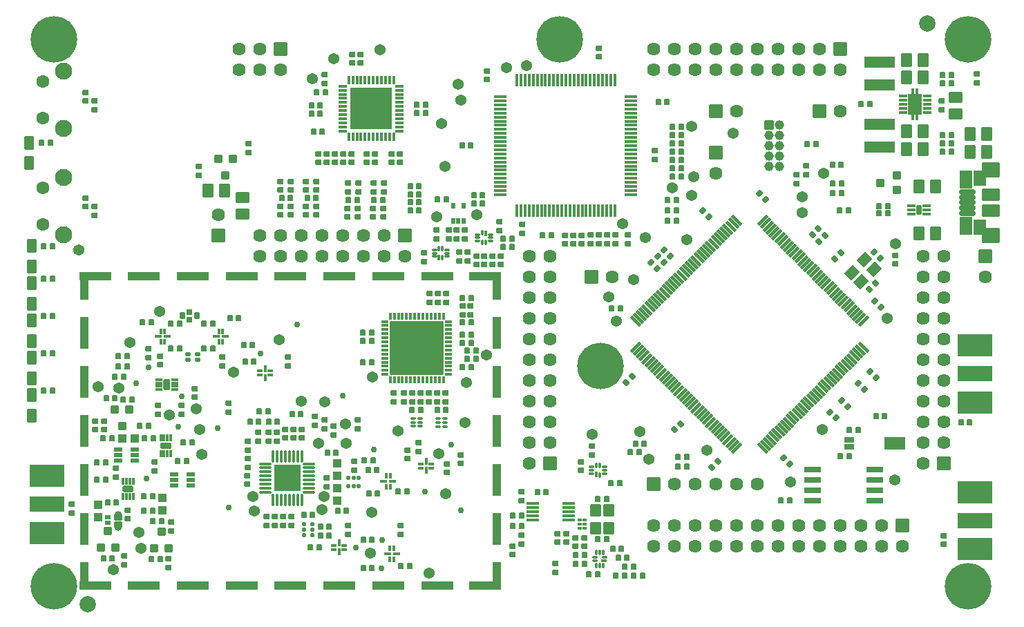
<source format=gts>
G04 #@! TF.GenerationSoftware,KiCad,Pcbnew,6.0.10-86aedd382b~118~ubuntu22.04.1*
G04 #@! TF.CreationDate,2023-01-31T23:37:39-05:00*
G04 #@! TF.ProjectId,hackrf-one,6861636b-7266-42d6-9f6e-652e6b696361,r9*
G04 #@! TF.SameCoordinates,Original*
G04 #@! TF.FileFunction,Soldermask,Top*
G04 #@! TF.FilePolarity,Negative*
%FSLAX46Y46*%
G04 Gerber Fmt 4.6, Leading zero omitted, Abs format (unit mm)*
G04 Created by KiCad (PCBNEW 6.0.10-86aedd382b~118~ubuntu22.04.1) date 2023-01-31 23:37:39*
%MOMM*%
%LPD*%
G01*
G04 APERTURE LIST*
G04 Aperture macros list*
%AMRoundRect*
0 Rectangle with rounded corners*
0 $1 Rounding radius*
0 $2 $3 $4 $5 $6 $7 $8 $9 X,Y pos of 4 corners*
0 Add a 4 corners polygon primitive as box body*
4,1,4,$2,$3,$4,$5,$6,$7,$8,$9,$2,$3,0*
0 Add four circle primitives for the rounded corners*
1,1,$1+$1,$2,$3*
1,1,$1+$1,$4,$5*
1,1,$1+$1,$6,$7*
1,1,$1+$1,$8,$9*
0 Add four rect primitives between the rounded corners*
20,1,$1+$1,$2,$3,$4,$5,0*
20,1,$1+$1,$4,$5,$6,$7,0*
20,1,$1+$1,$6,$7,$8,$9,0*
20,1,$1+$1,$8,$9,$2,$3,0*%
G04 Aperture macros list end*
%ADD10RoundRect,0.101600X-0.500000X0.750000X-0.500000X-0.750000X0.500000X-0.750000X0.500000X0.750000X0*%
%ADD11C,0.762000*%
%ADD12C,2.000000*%
%ADD13RoundRect,0.101600X-0.279400X0.254000X-0.279400X-0.254000X0.279400X-0.254000X0.279400X0.254000X0*%
%ADD14RoundRect,0.101600X0.279400X-0.254000X0.279400X0.254000X-0.279400X0.254000X-0.279400X-0.254000X0*%
%ADD15RoundRect,0.101600X0.254000X0.279400X-0.254000X0.279400X-0.254000X-0.279400X0.254000X-0.279400X0*%
%ADD16RoundRect,0.101600X-0.254000X-0.279400X0.254000X-0.279400X0.254000X0.279400X-0.254000X0.279400X0*%
%ADD17RoundRect,0.101600X0.720090X-0.575310X0.720090X0.575310X-0.720090X0.575310X-0.720090X-0.575310X0*%
%ADD18RoundRect,0.101600X-0.575310X-0.720090X0.575310X-0.720090X0.575310X0.720090X-0.575310X0.720090X0*%
%ADD19RoundRect,0.101600X0.377171X0.017961X0.017961X0.377171X-0.377171X-0.017961X-0.017961X-0.377171X0*%
%ADD20RoundRect,0.101600X-0.017961X0.377171X-0.377171X0.017961X0.017961X-0.377171X0.377171X-0.017961X0*%
%ADD21RoundRect,0.101600X-0.377171X-0.017961X-0.017961X-0.377171X0.377171X0.017961X0.017961X0.377171X0*%
%ADD22RoundRect,0.101600X0.017961X-0.377171X0.377171X-0.017961X-0.017961X0.377171X-0.377171X0.017961X0*%
%ADD23RoundRect,0.101600X-0.720090X0.575310X-0.720090X-0.575310X0.720090X-0.575310X0.720090X0.575310X0*%
%ADD24RoundRect,0.101600X0.575310X0.720090X-0.575310X0.720090X-0.575310X-0.720090X0.575310X-0.720090X0*%
%ADD25C,1.600000*%
%ADD26RoundRect,0.050000X0.730000X1.070000X-0.730000X1.070000X-0.730000X-1.070000X0.730000X-1.070000X0*%
%ADD27C,1.500000*%
%ADD28RoundRect,0.050000X1.050000X0.875000X-1.050000X0.875000X-1.050000X-0.875000X1.050000X-0.875000X0*%
%ADD29RoundRect,0.050000X1.050000X0.687500X-1.050000X0.687500X-1.050000X-0.687500X1.050000X-0.687500X0*%
%ADD30RoundRect,0.050000X0.675000X0.912500X-0.675000X0.912500X-0.675000X-0.912500X0.675000X-0.912500X0*%
%ADD31RoundRect,0.101600X0.875000X0.200000X-0.875000X0.200000X-0.875000X-0.200000X0.875000X-0.200000X0*%
%ADD32RoundRect,0.050000X-1.900000X-0.500000X1.900000X-0.500000X1.900000X0.500000X-1.900000X0.500000X0*%
%ADD33RoundRect,0.050000X-1.925000X-0.500000X1.925000X-0.500000X1.925000X0.500000X-1.925000X0.500000X0*%
%ADD34RoundRect,0.050000X0.500000X-1.900000X0.500000X1.900000X-0.500000X1.900000X-0.500000X-1.900000X0*%
%ADD35RoundRect,0.050000X0.500000X-1.675000X0.500000X1.675000X-0.500000X1.675000X-0.500000X-1.675000X0*%
%ADD36C,0.700000*%
%ADD37C,5.700000*%
%ADD38RoundRect,0.101600X-0.431800X0.431800X-0.431800X-0.431800X0.431800X-0.431800X0.431800X0.431800X0*%
%ADD39RoundRect,0.101600X0.431800X-0.431800X0.431800X0.431800X-0.431800X0.431800X-0.431800X-0.431800X0*%
%ADD40RoundRect,0.101600X-0.431800X-0.431800X0.431800X-0.431800X0.431800X0.431800X-0.431800X0.431800X0*%
%ADD41RoundRect,0.050000X-1.850390X0.599440X-1.850390X-0.599440X1.850390X-0.599440X1.850390X0.599440X0*%
%ADD42RoundRect,0.050000X2.095000X0.890000X-2.095000X0.890000X-2.095000X-0.890000X2.095000X-0.890000X0*%
%ADD43RoundRect,0.050000X2.095000X1.332500X-2.095000X1.332500X-2.095000X-1.332500X2.095000X-1.332500X0*%
%ADD44RoundRect,0.050000X-0.762000X0.762000X-0.762000X-0.762000X0.762000X-0.762000X0.762000X0.762000X0*%
%ADD45C,1.624000*%
%ADD46RoundRect,0.050000X-2.095000X-0.890000X2.095000X-0.890000X2.095000X0.890000X-2.095000X0.890000X0*%
%ADD47RoundRect,0.050000X-2.095000X-1.332500X2.095000X-1.332500X2.095000X1.332500X-2.095000X1.332500X0*%
%ADD48RoundRect,0.050000X0.762000X0.762000X-0.762000X0.762000X-0.762000X-0.762000X0.762000X-0.762000X0*%
%ADD49C,1.370000*%
%ADD50RoundRect,0.050000X0.762000X-0.762000X0.762000X0.762000X-0.762000X0.762000X-0.762000X-0.762000X0*%
%ADD51RoundRect,0.050000X-0.762000X-0.762000X0.762000X-0.762000X0.762000X0.762000X-0.762000X0.762000X0*%
%ADD52RoundRect,0.050000X-0.533400X0.533400X-0.533400X-0.533400X0.533400X-0.533400X0.533400X0.533400X0*%
%ADD53C,1.166800*%
%ADD54RoundRect,0.050000X-0.457200X-0.457200X0.457200X-0.457200X0.457200X0.457200X-0.457200X0.457200X0*%
%ADD55RoundRect,0.050000X0.457200X0.457200X-0.457200X0.457200X-0.457200X-0.457200X0.457200X-0.457200X0*%
%ADD56RoundRect,0.050000X-0.457200X0.457200X-0.457200X-0.457200X0.457200X-0.457200X0.457200X0.457200X0*%
%ADD57C,2.100000*%
%ADD58RoundRect,0.050000X-0.165100X0.204470X-0.165100X-0.204470X0.165100X-0.204470X0.165100X0.204470X0*%
%ADD59RoundRect,0.050000X-0.204470X-0.165100X0.204470X-0.165100X0.204470X0.165100X-0.204470X0.165100X0*%
%ADD60RoundRect,0.050000X0.275590X-0.124460X0.275590X0.124460X-0.275590X0.124460X-0.275590X-0.124460X0*%
%ADD61RoundRect,0.050000X-0.115000X0.322500X-0.115000X-0.322500X0.115000X-0.322500X0.115000X0.322500X0*%
%ADD62RoundRect,0.050000X-0.406500X0.150000X-0.406500X-0.150000X0.406500X-0.150000X0.406500X0.150000X0*%
%ADD63RoundRect,0.050000X-0.322500X-0.115000X0.322500X-0.115000X0.322500X0.115000X-0.322500X0.115000X0*%
%ADD64RoundRect,0.050000X-0.150000X-0.406500X0.150000X-0.406500X0.150000X0.406500X-0.150000X0.406500X0*%
%ADD65RoundRect,0.050000X-0.250190X-0.199390X0.250190X-0.199390X0.250190X0.199390X-0.250190X0.199390X0*%
%ADD66R,3.326880X3.326880*%
%ADD67O,0.422240X1.492240*%
%ADD68O,1.492240X0.422240*%
%ADD69RoundRect,0.050000X0.115000X-0.322500X0.115000X0.322500X-0.115000X0.322500X-0.115000X-0.322500X0*%
%ADD70RoundRect,0.050000X0.406500X-0.150000X0.406500X0.150000X-0.406500X0.150000X-0.406500X-0.150000X0*%
%ADD71RoundRect,0.050000X0.250190X0.350520X-0.250190X0.350520X-0.250190X-0.350520X0.250190X-0.350520X0*%
%ADD72RoundRect,0.050000X0.299720X0.250190X-0.299720X0.250190X-0.299720X-0.250190X0.299720X-0.250190X0*%
%ADD73RoundRect,0.050000X0.250000X0.600000X-0.250000X0.600000X-0.250000X-0.600000X0.250000X-0.600000X0*%
%ADD74O,0.300000X1.200000*%
%ADD75RoundRect,0.050000X0.110789X-0.010211X-0.010211X0.110789X-0.110789X0.010211X0.010211X-0.110789X0*%
%ADD76RoundRect,0.050000X0.100000X0.075000X-0.100000X0.075000X-0.100000X-0.075000X0.100000X-0.075000X0*%
%ADD77RoundRect,0.050000X0.100000X0.650000X-0.100000X0.650000X-0.100000X-0.650000X0.100000X-0.650000X0*%
%ADD78O,0.300000X1.300000*%
%ADD79RoundRect,0.050000X0.400000X0.120000X-0.400000X0.120000X-0.400000X-0.120000X0.400000X-0.120000X0*%
%ADD80O,1.200000X0.300000*%
%ADD81RoundRect,0.050000X0.010211X0.110789X-0.110789X-0.010211X-0.010211X-0.110789X0.110789X0.010211X0*%
%ADD82RoundRect,0.050000X-0.650000X0.100000X-0.650000X-0.100000X0.650000X-0.100000X0.650000X0.100000X0*%
%ADD83RoundRect,0.050000X-0.075000X0.100000X-0.075000X-0.100000X0.075000X-0.100000X0.075000X0.100000X0*%
%ADD84RoundRect,0.050000X-0.600000X0.250000X-0.600000X-0.250000X0.600000X-0.250000X0.600000X0.250000X0*%
%ADD85O,1.300000X0.300000*%
%ADD86RoundRect,0.050000X-0.120000X0.400000X-0.120000X-0.400000X0.120000X-0.400000X0.120000X0.400000X0*%
%ADD87RoundRect,0.050000X-0.495300X0.228600X-0.495300X-0.228600X0.495300X-0.228600X0.495300X0.228600X0*%
%ADD88RoundRect,0.050000X-0.010211X-0.110789X0.110789X0.010211X0.010211X0.110789X-0.110789X-0.010211X0*%
%ADD89RoundRect,0.050000X0.600000X-0.250000X0.600000X0.250000X-0.600000X0.250000X-0.600000X-0.250000X0*%
%ADD90RoundRect,0.050000X0.075000X-0.100000X0.075000X0.100000X-0.075000X0.100000X-0.075000X-0.100000X0*%
%ADD91RoundRect,0.050000X0.650000X-0.100000X0.650000X0.100000X-0.650000X0.100000X-0.650000X-0.100000X0*%
%ADD92RoundRect,0.050000X0.120000X-0.400000X0.120000X0.400000X-0.120000X0.400000X-0.120000X-0.400000X0*%
%ADD93RoundRect,0.050000X-0.250000X0.550000X-0.250000X-0.550000X0.250000X-0.550000X0.250000X0.550000X0*%
%ADD94RoundRect,0.050000X-0.450000X0.150000X-0.450000X-0.150000X0.450000X-0.150000X0.450000X0.150000X0*%
%ADD95RoundRect,0.050000X3.250000X-3.250000X3.250000X3.250000X-3.250000X3.250000X-3.250000X-3.250000X0*%
%ADD96RoundRect,0.125000X0.075000X-0.325000X0.075000X0.325000X-0.075000X0.325000X-0.075000X-0.325000X0*%
%ADD97RoundRect,0.125000X0.325000X-0.075000X0.325000X0.075000X-0.325000X0.075000X-0.325000X-0.075000X0*%
%ADD98R,5.096800X5.096800*%
%ADD99O,0.422240X1.042240*%
%ADD100O,1.042240X0.422240*%
%ADD101RoundRect,0.050000X0.700000X0.150000X-0.700000X0.150000X-0.700000X-0.150000X0.700000X-0.150000X0*%
%ADD102RoundRect,0.050000X0.952500X0.317500X-0.952500X0.317500X-0.952500X-0.317500X0.952500X-0.317500X0*%
%ADD103RoundRect,0.050000X0.412500X0.600000X-0.412500X0.600000X-0.412500X-0.600000X0.412500X-0.600000X0*%
%ADD104RoundRect,0.050000X0.140000X0.700000X-0.140000X0.700000X-0.140000X-0.700000X0.140000X-0.700000X0*%
%ADD105C,0.685000*%
%ADD106RoundRect,0.050000X0.425000X0.140000X-0.425000X0.140000X-0.425000X-0.140000X0.425000X-0.140000X0*%
%ADD107RoundRect,0.050000X0.426562X0.634904X-0.634904X-0.426562X-0.426562X-0.634904X0.634904X0.426562X0*%
%ADD108RoundRect,0.050000X-0.634904X0.426562X0.426562X-0.634904X0.634904X-0.426562X-0.426562X0.634904X0*%
%ADD109RoundRect,0.050000X-0.147320X0.750570X-0.147320X-0.750570X0.147320X-0.750570X0.147320X0.750570X0*%
%ADD110RoundRect,0.050000X-0.750570X-0.147320X0.750570X-0.147320X0.750570X0.147320X-0.750570X0.147320X0*%
%ADD111RoundRect,0.050000X0.495300X-0.228600X0.495300X0.228600X-0.495300X0.228600X-0.495300X-0.228600X0*%
%ADD112RoundRect,0.050000X0.599440X-0.699770X0.599440X0.699770X-0.599440X0.699770X-0.599440X-0.699770X0*%
%ADD113RoundRect,0.050000X-0.070944X-0.918680X0.918680X0.070944X0.070944X0.918680X-0.918680X-0.070944X0*%
%ADD114RoundRect,0.050000X-1.200000X-0.750000X1.200000X-0.750000X1.200000X0.750000X-1.200000X0.750000X0*%
%ADD115RoundRect,0.050000X-0.550000X-0.300000X0.550000X-0.300000X0.550000X0.300000X-0.550000X0.300000X0*%
%ADD116RoundRect,0.050000X-0.300000X0.175000X-0.300000X-0.175000X0.300000X-0.175000X0.300000X0.175000X0*%
%ADD117RoundRect,0.050000X0.200000X-0.325000X0.200000X0.325000X-0.200000X0.325000X-0.200000X-0.325000X0*%
%ADD118RoundRect,0.050000X-0.431800X0.254000X-0.431800X-0.254000X0.431800X-0.254000X0.431800X0.254000X0*%
%ADD119O,0.963600X1.192200*%
%ADD120RoundRect,0.061000X0.099000X-0.314000X0.099000X0.314000X-0.099000X0.314000X-0.099000X-0.314000X0*%
%ADD121RoundRect,0.061000X0.099000X-0.264000X0.099000X0.264000X-0.099000X0.264000X-0.099000X-0.264000X0*%
%ADD122RoundRect,0.061000X0.264000X0.099000X-0.264000X0.099000X-0.264000X-0.099000X0.264000X-0.099000X0*%
%ADD123RoundRect,0.061000X-0.099000X0.264000X-0.099000X-0.264000X0.099000X-0.264000X0.099000X0.264000X0*%
%ADD124RoundRect,0.061000X-0.264000X-0.099000X0.264000X-0.099000X0.264000X0.099000X-0.264000X0.099000X0*%
%ADD125RoundRect,0.061000X-0.099000X0.314000X-0.099000X-0.314000X0.099000X-0.314000X0.099000X0.314000X0*%
%ADD126RoundRect,0.080000X0.170000X0.120000X-0.170000X0.120000X-0.170000X-0.120000X0.170000X-0.120000X0*%
%ADD127RoundRect,0.061000X0.314000X0.099000X-0.314000X0.099000X-0.314000X-0.099000X0.314000X-0.099000X0*%
G04 APERTURE END LIST*
D10*
G04 #@! TO.C,D6*
X61270000Y-150088000D03*
X61270000Y-147588000D03*
G04 #@! TD*
G04 #@! TO.C,D4*
X61270000Y-140944000D03*
X61270000Y-138444000D03*
G04 #@! TD*
G04 #@! TO.C,D8*
X61270000Y-131800000D03*
X61270000Y-129300000D03*
G04 #@! TD*
G04 #@! TO.C,D5*
X61270000Y-145516000D03*
X61270000Y-143016000D03*
G04 #@! TD*
G04 #@! TO.C,D2*
X61270000Y-136372000D03*
X61270000Y-133872000D03*
G04 #@! TD*
D11*
G04 #@! TO.C,TESTPOINT-30MIL-MASKONLY*
X89314020Y-142499080D03*
G04 #@! TD*
G04 #@! TO.C,TESTPOINT-30MIL-MASKONLY*
X84104600Y-151657400D03*
G04 #@! TD*
G04 #@! TO.C,TESTPOINT-30MIL-MASKONLY*
X75575160Y-144213580D03*
G04 #@! TD*
G04 #@! TO.C,TESTPOINT-30MIL-MASKONLY*
X74053700Y-146151600D03*
G04 #@! TD*
G04 #@! TO.C,TESTPOINT-30MIL-MASKONLY*
X93782000Y-138932000D03*
G04 #@! TD*
G04 #@! TO.C,TESTPOINT-30MIL-MASKONLY*
X85400000Y-161360200D03*
G04 #@! TD*
G04 #@! TO.C,TESTPOINT-30MIL-MASKONLY*
X75338940Y-157848300D03*
G04 #@! TD*
G04 #@! TO.C,TESTPOINT-30MIL-MASKONLY*
X79280000Y-151506000D03*
G04 #@! TD*
G04 #@! TO.C,TESTPOINT-30MIL-MASKONLY*
X113919000Y-161749740D03*
G04 #@! TD*
G04 #@! TO.C,TESTPOINT-30MIL-MASKONLY*
X104112060Y-168798240D03*
G04 #@! TD*
G04 #@! TO.C,TESTPOINT-30MIL-MASKONLY*
X104251760Y-165374320D03*
G04 #@! TD*
G04 #@! TO.C,TESTPOINT-30MIL-MASKONLY*
X101015800Y-166263320D03*
G04 #@! TD*
G04 #@! TO.C,TESTPOINT-30MIL-MASKONLY*
X79667100Y-147711160D03*
G04 #@! TD*
G04 #@! TO.C,TESTPOINT-30MIL-MASKONLY*
X109476540Y-159425640D03*
G04 #@! TD*
G04 #@! TO.C,TESTPOINT-30MIL-MASKONLY*
X99362260Y-147688300D03*
G04 #@! TD*
G04 #@! TO.C,TESTPOINT-30MIL-MASKONLY*
X103230680Y-154279600D03*
G04 #@! TD*
G04 #@! TO.C,TESTPOINT-30MIL-MASKONLY*
X112715040Y-153710640D03*
G04 #@! TD*
D10*
G04 #@! TO.C,D7*
X61000000Y-119150000D03*
X61000000Y-116650000D03*
G04 #@! TD*
D12*
G04 #@! TO.C,MARK1MM*
X171000000Y-102000000D03*
G04 #@! TD*
D13*
G04 #@! TO.C,C1*
X91096400Y-162513400D03*
X91096400Y-163580200D03*
G04 #@! TD*
G04 #@! TO.C,C2*
X90080400Y-162513400D03*
X90080400Y-163580200D03*
G04 #@! TD*
G04 #@! TO.C,C3*
X93128400Y-162513400D03*
X93128400Y-163580200D03*
G04 #@! TD*
G04 #@! TO.C,C4*
X92112400Y-162513400D03*
X92112400Y-163580200D03*
G04 #@! TD*
D14*
G04 #@! TO.C,C5*
X92341000Y-152861400D03*
X92341000Y-151794600D03*
G04 #@! TD*
G04 #@! TO.C,C6*
X93357000Y-152861400D03*
X93357000Y-151794600D03*
G04 #@! TD*
D15*
G04 #@! TO.C,C7*
X107617400Y-168576200D03*
X106550600Y-168576200D03*
G04 #@! TD*
D13*
G04 #@! TO.C,C8*
X113919000Y-154914600D03*
X113919000Y-155981400D03*
G04 #@! TD*
D14*
G04 #@! TO.C,C9*
X85400000Y-149701600D03*
X85400000Y-148634800D03*
G04 #@! TD*
D16*
G04 #@! TO.C,C10*
X87447400Y-143481600D03*
X88514200Y-143481600D03*
G04 #@! TD*
D14*
G04 #@! TO.C,C11*
X84713800Y-143995600D03*
X84713800Y-142928800D03*
G04 #@! TD*
D13*
G04 #@! TO.C,C12*
X87794400Y-153293200D03*
X87794400Y-154360000D03*
G04 #@! TD*
D15*
G04 #@! TO.C,C13*
X89089800Y-150905600D03*
X88023000Y-150905600D03*
G04 #@! TD*
D14*
G04 #@! TO.C,C14*
X90334400Y-153217000D03*
X90334400Y-152150200D03*
G04 #@! TD*
D16*
G04 #@! TO.C,C15*
X90309000Y-150905600D03*
X91375800Y-150905600D03*
G04 #@! TD*
D14*
G04 #@! TO.C,C16*
X106499800Y-164690000D03*
X106499800Y-163623200D03*
G04 #@! TD*
D16*
G04 #@! TO.C,C17*
X82402400Y-141938200D03*
X83469200Y-141938200D03*
G04 #@! TD*
G04 #@! TO.C,C18*
X78338400Y-141938200D03*
X79405200Y-141938200D03*
G04 #@! TD*
D14*
G04 #@! TO.C,C19*
X77093800Y-143868600D03*
X77093800Y-142801800D03*
G04 #@! TD*
D16*
G04 #@! TO.C,C20*
X87274400Y-141528800D03*
X88341200Y-141528800D03*
G04 #@! TD*
D15*
G04 #@! TO.C,C21*
X102971600Y-165379400D03*
X101904800Y-165379400D03*
G04 #@! TD*
D16*
G04 #@! TO.C,C22*
X95439800Y-166272600D03*
X96506600Y-166272600D03*
G04 #@! TD*
D14*
G04 #@! TO.C,C23*
X101269800Y-151714200D03*
X101269800Y-150647400D03*
G04 #@! TD*
D13*
G04 #@! TO.C,C24*
X92679800Y-142948200D03*
X92679800Y-144015000D03*
G04 #@! TD*
D16*
G04 #@! TO.C,C25*
X96659000Y-163732600D03*
X97725800Y-163732600D03*
G04 #@! TD*
D15*
G04 #@! TO.C,C26*
X79405200Y-138890200D03*
X78338400Y-138890200D03*
G04 #@! TD*
D16*
G04 #@! TO.C,C27*
X82402400Y-138890200D03*
X83469200Y-138890200D03*
G04 #@! TD*
G04 #@! TO.C,C28*
X96659000Y-164875600D03*
X97725800Y-164875600D03*
G04 #@! TD*
D15*
G04 #@! TO.C,C29*
X75950800Y-138712400D03*
X74884000Y-138712400D03*
G04 #@! TD*
D16*
G04 #@! TO.C,C30*
X85566600Y-138200000D03*
X86633400Y-138200000D03*
G04 #@! TD*
D14*
G04 #@! TO.C,C31*
X75595200Y-142979600D03*
X75595200Y-141912800D03*
G04 #@! TD*
D15*
G04 #@! TO.C,C32*
X102971600Y-168808400D03*
X101904800Y-168808400D03*
G04 #@! TD*
D14*
G04 #@! TO.C,C33*
X100113400Y-164672400D03*
X100113400Y-163605600D03*
G04 #@! TD*
G04 #@! TO.C,C34*
X98310000Y-152455000D03*
X98310000Y-151388200D03*
G04 #@! TD*
G04 #@! TO.C,C35*
X97167000Y-151693000D03*
X97167000Y-150626200D03*
G04 #@! TD*
G04 #@! TO.C,C36*
X96024000Y-151312000D03*
X96024000Y-150245200D03*
G04 #@! TD*
D15*
G04 #@! TO.C,C37*
X94271400Y-149915000D03*
X93204600Y-149915000D03*
G04 #@! TD*
D16*
G04 #@! TO.C,C38*
X71912200Y-142827200D03*
X72979000Y-142827200D03*
G04 #@! TD*
D14*
G04 #@! TO.C,C39*
X81305400Y-147878800D03*
X81305400Y-146812000D03*
G04 #@! TD*
D16*
G04 #@! TO.C,C40*
X71912200Y-144071800D03*
X72979000Y-144071800D03*
G04 #@! TD*
G04 #@! TO.C,C41*
X98792600Y-161827600D03*
X99859400Y-161827600D03*
G04 #@! TD*
D15*
G04 #@! TO.C,C42*
X98589400Y-154715600D03*
X97522600Y-154715600D03*
G04 #@! TD*
G04 #@! TO.C,C43*
X72542400Y-145415000D03*
X71475600Y-145415000D03*
G04 #@! TD*
D14*
G04 #@! TO.C,C44*
X79679800Y-149961600D03*
X79679800Y-148894800D03*
G04 #@! TD*
D16*
G04 #@! TO.C,C45*
X102057200Y-155651200D03*
X103124000Y-155651200D03*
G04 #@! TD*
D15*
G04 #@! TO.C,C46*
X103581200Y-156794200D03*
X102514400Y-156794200D03*
G04 #@! TD*
D14*
G04 #@! TO.C,C47*
X112166400Y-157099000D03*
X112166400Y-156032200D03*
G04 #@! TD*
G04 #@! TO.C,C48*
X108737400Y-154533600D03*
X108737400Y-153466800D03*
G04 #@! TD*
D13*
G04 #@! TO.C,C49*
X100850000Y-155706200D03*
X100850000Y-156773000D03*
G04 #@! TD*
D16*
G04 #@! TO.C,C50*
X75144600Y-152920000D03*
X76211400Y-152920000D03*
G04 #@! TD*
D15*
G04 #@! TO.C,C51*
X107274800Y-159434000D03*
X106208000Y-159434000D03*
G04 #@! TD*
G04 #@! TO.C,C52*
X71131400Y-152920000D03*
X70064600Y-152920000D03*
G04 #@! TD*
G04 #@! TO.C,C53*
X71480800Y-147999800D03*
X70414000Y-147999800D03*
G04 #@! TD*
G04 #@! TO.C,C54*
X103657400Y-159664400D03*
X102590600Y-159664400D03*
G04 #@! TD*
D16*
G04 #@! TO.C,C55*
X79843600Y-153428000D03*
X80910400Y-153428000D03*
G04 #@! TD*
D14*
G04 #@! TO.C,C56*
X107391200Y-155397200D03*
X107391200Y-154330400D03*
G04 #@! TD*
G04 #@! TO.C,C57*
X76835000Y-149961600D03*
X76835000Y-148894800D03*
G04 #@! TD*
G04 #@! TO.C,C58*
X71614000Y-157644400D03*
X71614000Y-156577600D03*
G04 #@! TD*
D16*
G04 #@! TO.C,C59*
X79208600Y-155714000D03*
X80275400Y-155714000D03*
G04 #@! TD*
G04 #@! TO.C,C60*
X74509600Y-151396000D03*
X75576400Y-151396000D03*
G04 #@! TD*
D14*
G04 #@! TO.C,C61*
X76363800Y-156857000D03*
X76363800Y-155790200D03*
G04 #@! TD*
D16*
G04 #@! TO.C,C62*
X75017600Y-160032000D03*
X76084400Y-160032000D03*
G04 #@! TD*
D13*
G04 #@! TO.C,C63*
X73087200Y-161708400D03*
X73087200Y-162775200D03*
G04 #@! TD*
D15*
G04 #@! TO.C,C64*
X71663400Y-160810000D03*
X70596600Y-160810000D03*
G04 #@! TD*
D16*
G04 #@! TO.C,C65*
X69302600Y-158000000D03*
X70369400Y-158000000D03*
G04 #@! TD*
G04 #@! TO.C,C66*
X69302600Y-155841000D03*
X70369400Y-155841000D03*
G04 #@! TD*
D14*
G04 #@! TO.C,C67*
X87700000Y-158533400D03*
X87700000Y-157466600D03*
G04 #@! TD*
D13*
G04 #@! TO.C,C68*
X126800000Y-164566600D03*
X126800000Y-165633400D03*
G04 #@! TD*
G04 #@! TO.C,C69*
X125700000Y-164566600D03*
X125700000Y-165633400D03*
G04 #@! TD*
D14*
G04 #@! TO.C,C70*
X87800000Y-156433400D03*
X87800000Y-155366600D03*
G04 #@! TD*
D13*
G04 #@! TO.C,C71*
X100482400Y-118024400D03*
X100482400Y-119091200D03*
G04 #@! TD*
G04 #@! TO.C,C72*
X99466400Y-118024400D03*
X99466400Y-119091200D03*
G04 #@! TD*
G04 #@! TO.C,C73*
X103403400Y-118024400D03*
X103403400Y-119091200D03*
G04 #@! TD*
G04 #@! TO.C,C74*
X102387400Y-118024400D03*
X102387400Y-119091200D03*
G04 #@! TD*
G04 #@! TO.C,C75*
X105435400Y-118024400D03*
X105435400Y-119091200D03*
G04 #@! TD*
G04 #@! TO.C,C76*
X106451400Y-118024400D03*
X106451400Y-119091200D03*
G04 #@! TD*
D14*
G04 #@! TO.C,C77*
X101625400Y-106899200D03*
X101625400Y-105832400D03*
G04 #@! TD*
G04 #@! TO.C,C78*
X100609400Y-106899200D03*
X100609400Y-105832400D03*
G04 #@! TD*
D15*
G04 #@! TO.C,C79*
X97269300Y-110493300D03*
X96202500Y-110493300D03*
G04 #@! TD*
D14*
G04 #@! TO.C,C80*
X97243900Y-109375700D03*
X97243900Y-108308900D03*
G04 #@! TD*
D15*
G04 #@! TO.C,C81*
X96634300Y-113160300D03*
X95567500Y-113160300D03*
G04 #@! TD*
G04 #@! TO.C,C82*
X96634300Y-112144300D03*
X95567500Y-112144300D03*
G04 #@! TD*
G04 #@! TO.C,C83*
X96888300Y-115319300D03*
X95821500Y-115319300D03*
G04 #@! TD*
D13*
G04 #@! TO.C,C84*
X106925000Y-147366600D03*
X106925000Y-148433400D03*
G04 #@! TD*
G04 #@! TO.C,C85*
X109975000Y-147366600D03*
X109975000Y-148433400D03*
G04 #@! TD*
D16*
G04 #@! TO.C,C86*
X114066600Y-144200000D03*
X115133400Y-144200000D03*
G04 #@! TD*
D15*
G04 #@! TO.C,C87*
X102933400Y-140000000D03*
X101866600Y-140000000D03*
G04 #@! TD*
D16*
G04 #@! TO.C,C88*
X114066600Y-141216000D03*
X115133400Y-141216000D03*
G04 #@! TD*
G04 #@! TO.C,C89*
X114066600Y-140216000D03*
X115133400Y-140216000D03*
G04 #@! TD*
D14*
G04 #@! TO.C,C90*
X111075000Y-136233400D03*
X111075000Y-135166600D03*
G04 #@! TD*
G04 #@! TO.C,C91*
X110075000Y-136233400D03*
X110075000Y-135166600D03*
G04 #@! TD*
D15*
G04 #@! TO.C,C92*
X102933400Y-141000000D03*
X101866600Y-141000000D03*
G04 #@! TD*
G04 #@! TO.C,C93*
X102933400Y-143616000D03*
X101866600Y-143616000D03*
G04 #@! TD*
D13*
G04 #@! TO.C,C94*
X105675000Y-147366600D03*
X105675000Y-148433400D03*
G04 #@! TD*
D16*
G04 #@! TO.C,C95*
X91922600Y-123460000D03*
X92989400Y-123460000D03*
G04 #@! TD*
G04 #@! TO.C,C96*
X95046800Y-123460000D03*
X96113600Y-123460000D03*
G04 #@! TD*
D13*
G04 #@! TO.C,C97*
X96418400Y-118024400D03*
X96418400Y-119091200D03*
G04 #@! TD*
G04 #@! TO.C,C98*
X97434400Y-118024400D03*
X97434400Y-119091200D03*
G04 #@! TD*
G04 #@! TO.C,C99*
X107925000Y-147350600D03*
X107925000Y-148417400D03*
G04 #@! TD*
G04 #@! TO.C,C100*
X98450400Y-118024400D03*
X98450400Y-119091200D03*
G04 #@! TD*
D16*
G04 #@! TO.C,C101*
X100114100Y-123701300D03*
X101180900Y-123701300D03*
G04 #@! TD*
D13*
G04 #@! TO.C,C102*
X108941000Y-147350600D03*
X108941000Y-148417400D03*
G04 #@! TD*
D16*
G04 #@! TO.C,C103*
X103238300Y-123701300D03*
X104305100Y-123701300D03*
G04 #@! TD*
D13*
G04 #@! TO.C,C104*
X111004500Y-147370500D03*
X111004500Y-148437300D03*
G04 #@! TD*
D17*
G04 #@! TO.C,C105*
X87152600Y-125368400D03*
X87152600Y-123336400D03*
G04 #@! TD*
D14*
G04 #@! TO.C,C106*
X112075000Y-136233400D03*
X112075000Y-135166600D03*
G04 #@! TD*
G04 #@! TO.C,C107*
X104470200Y-122698000D03*
X104470200Y-121631200D03*
G04 #@! TD*
G04 #@! TO.C,C108*
X103200200Y-122698000D03*
X103200200Y-121631200D03*
G04 #@! TD*
G04 #@! TO.C,C109*
X101346000Y-122698000D03*
X101346000Y-121631200D03*
G04 #@! TD*
G04 #@! TO.C,C110*
X100076000Y-122698000D03*
X100076000Y-121631200D03*
G04 #@! TD*
D13*
G04 #@! TO.C,C111*
X112020500Y-147370500D03*
X112020500Y-148437300D03*
G04 #@! TD*
G04 #@! TO.C,C112*
X114100000Y-136682600D03*
X114100000Y-137749400D03*
G04 #@! TD*
G04 #@! TO.C,C113*
X109400000Y-130166600D03*
X109400000Y-131233400D03*
G04 #@! TD*
G04 #@! TO.C,C114*
X115100000Y-136682600D03*
X115100000Y-137749400D03*
G04 #@! TD*
D15*
G04 #@! TO.C,C115*
X115733400Y-142200000D03*
X114666600Y-142200000D03*
G04 #@! TD*
D16*
G04 #@! TO.C,C116*
X114666600Y-143200000D03*
X115733400Y-143200000D03*
G04 #@! TD*
D15*
G04 #@! TO.C,C118*
X161433400Y-155100000D03*
X160366600Y-155100000D03*
G04 #@! TD*
D14*
G04 #@! TO.C,C119*
X121300000Y-160533400D03*
X121300000Y-159466600D03*
G04 #@! TD*
G04 #@! TO.C,C120*
X128600000Y-156833400D03*
X128600000Y-155766600D03*
G04 #@! TD*
D15*
G04 #@! TO.C,C121*
X112103400Y-123600000D03*
X111036600Y-123600000D03*
G04 #@! TD*
G04 #@! TO.C,C122*
X130643400Y-169600000D03*
X129576600Y-169600000D03*
G04 #@! TD*
D16*
G04 #@! TO.C,C123*
X108458000Y-113058700D03*
X109524800Y-113058700D03*
G04 #@! TD*
G04 #@! TO.C,C124*
X108458000Y-112042700D03*
X109524800Y-112042700D03*
G04 #@! TD*
D15*
G04 #@! TO.C,C125*
X174000400Y-117793200D03*
X172933600Y-117793200D03*
G04 #@! TD*
D18*
G04 #@! TO.C,C126*
X168514000Y-117412200D03*
X170546000Y-117412200D03*
G04 #@! TD*
G04 #@! TO.C,C127*
X168514000Y-115253200D03*
X170546000Y-115253200D03*
G04 #@! TD*
D19*
G04 #@! TO.C,C128*
X151223451Y-123656520D03*
X150469109Y-122902178D03*
G04 #@! TD*
G04 #@! TO.C,C129*
X144308653Y-125721979D03*
X143554311Y-124967637D03*
G04 #@! TD*
G04 #@! TO.C,C130*
X137932672Y-132097961D03*
X137178330Y-131343619D03*
G04 #@! TD*
D15*
G04 #@! TO.C,C131*
X133431400Y-137001600D03*
X132364600Y-137001600D03*
G04 #@! TD*
D20*
G04 #@! TO.C,C132*
X134875371Y-145336629D03*
X134121029Y-146090971D03*
G04 #@! TD*
G04 #@! TO.C,C133*
X140806354Y-151100182D03*
X140052012Y-151854524D03*
G04 #@! TD*
G04 #@! TO.C,C134*
X145386284Y-155680113D03*
X144631942Y-156434455D03*
G04 #@! TD*
D21*
G04 #@! TO.C,C135*
X153432593Y-155320903D03*
X154186935Y-156075245D03*
G04 #@! TD*
G04 #@! TO.C,C136*
X159090154Y-149663341D03*
X159844496Y-150417683D03*
G04 #@! TD*
G04 #@! TO.C,C137*
X160526995Y-148226500D03*
X161281337Y-148980842D03*
G04 #@! TD*
G04 #@! TO.C,C138*
X162592454Y-146161041D03*
X163346796Y-146915383D03*
G04 #@! TD*
G04 #@! TO.C,C139*
X164029295Y-144724200D03*
X164783637Y-145478542D03*
G04 #@! TD*
G04 #@! TO.C,C140*
X164568111Y-136103154D03*
X165322453Y-136857496D03*
G04 #@! TD*
D22*
G04 #@! TO.C,C141*
X156934893Y-127967043D03*
X157689235Y-127212701D03*
G04 #@! TD*
G04 #@! TO.C,C142*
X159718772Y-130930527D03*
X160473114Y-130176185D03*
G04 #@! TD*
D23*
G04 #@! TO.C,C143*
X174483000Y-111062200D03*
X174483000Y-113094200D03*
G04 #@! TD*
D15*
G04 #@! TO.C,C144*
X154152600Y-160578800D03*
X153085800Y-160578800D03*
G04 #@! TD*
D24*
G04 #@! TO.C,C145*
X170546000Y-108649200D03*
X168514000Y-108649200D03*
G04 #@! TD*
G04 #@! TO.C,C146*
X170546000Y-106490200D03*
X168514000Y-106490200D03*
G04 #@! TD*
D13*
G04 #@! TO.C,C147*
X172832000Y-111544800D03*
X172832000Y-112611600D03*
G04 #@! TD*
G04 #@! TO.C,C148*
X137668000Y-117627400D03*
X137668000Y-118694200D03*
G04 #@! TD*
D16*
G04 #@! TO.C,C149*
X138054200Y-111703200D03*
X139121000Y-111703200D03*
G04 #@! TD*
D14*
G04 #@! TO.C,C150*
X130810000Y-106121200D03*
X130810000Y-105054400D03*
G04 #@! TD*
D16*
G04 #@! TO.C,C152*
X123881000Y-128010000D03*
X124947800Y-128010000D03*
G04 #@! TD*
D15*
G04 #@! TO.C,C153*
X115087400Y-117017800D03*
X114020600Y-117017800D03*
G04 #@! TD*
D13*
G04 #@! TO.C,C154*
X121400000Y-126666600D03*
X121400000Y-127733400D03*
G04 #@! TD*
D24*
G04 #@! TO.C,C155*
X178316000Y-117800000D03*
X176284000Y-117800000D03*
G04 #@! TD*
D13*
G04 #@! TO.C,C156*
X127900000Y-165066600D03*
X127900000Y-166133400D03*
G04 #@! TD*
D22*
G04 #@! TO.C,C157*
X163939493Y-134612432D03*
X164693835Y-133858090D03*
G04 #@! TD*
D21*
G04 #@! TO.C,C158*
X164478308Y-130086383D03*
X165232650Y-130840725D03*
G04 #@! TD*
D15*
G04 #@! TO.C,C160*
X76084400Y-161810000D03*
X75017600Y-161810000D03*
G04 #@! TD*
D13*
G04 #@! TO.C,C161*
X78105700Y-167651400D03*
X78105700Y-168718200D03*
G04 #@! TD*
D16*
G04 #@! TO.C,C162*
X76160600Y-163080000D03*
X77227400Y-163080000D03*
G04 #@! TD*
D13*
G04 #@! TO.C,C163*
X69100000Y-150766600D03*
X69100000Y-151833400D03*
G04 #@! TD*
D16*
G04 #@! TO.C,C164*
X161466600Y-151900000D03*
X162533400Y-151900000D03*
G04 #@! TD*
D13*
G04 #@! TO.C,C166*
X120200000Y-166100000D03*
X120200000Y-167166800D03*
G04 #@! TD*
G04 #@! TO.C,C167*
X81793200Y-119577200D03*
X81793200Y-120644000D03*
G04 #@! TD*
D16*
G04 #@! TO.C,C169*
X130666700Y-165300000D03*
X131733500Y-165300000D03*
G04 #@! TD*
D15*
G04 #@! TO.C,C170*
X131733500Y-160400000D03*
X130666700Y-160400000D03*
G04 #@! TD*
D13*
G04 #@! TO.C,C171*
X72617400Y-167344400D03*
X72617400Y-168411200D03*
G04 #@! TD*
D14*
G04 #@! TO.C,D1*
X66200000Y-162033400D03*
X66200000Y-160966600D03*
G04 #@! TD*
G04 #@! TO.C,D3*
X173030000Y-165906800D03*
X173030000Y-164840000D03*
G04 #@! TD*
D15*
G04 #@! TO.C,D9*
X176211200Y-151000000D03*
X175144400Y-151000000D03*
G04 #@! TD*
D24*
G04 #@! TO.C,FB1*
X172016000Y-122050000D03*
X169984000Y-122050000D03*
G04 #@! TD*
G04 #@! TO.C,FB2*
X84937600Y-122529600D03*
X82905600Y-122529600D03*
G04 #@! TD*
G04 #@! TO.C,FB3*
X172016000Y-127800000D03*
X169984000Y-127800000D03*
G04 #@! TD*
D25*
G04 #@! TO.C,J1*
X178800000Y-128125000D03*
D26*
X175770000Y-126830000D03*
D27*
X175770000Y-121510000D03*
D26*
X175770000Y-121170000D03*
D27*
X175770000Y-126490000D03*
D28*
X178850000Y-128000000D03*
D29*
X178850000Y-123062500D03*
D30*
X177425000Y-126987500D03*
D28*
X178850000Y-120000000D03*
D29*
X178850000Y-124937500D03*
D30*
X177425000Y-121012500D03*
D25*
X178800000Y-119875000D03*
D31*
X175975000Y-122700000D03*
X175975000Y-123350000D03*
X175975000Y-124000000D03*
X175975000Y-124650000D03*
X175975000Y-125300000D03*
G04 #@! TD*
D32*
G04 #@! TO.C,J2*
X105000000Y-170950000D03*
X75000000Y-133050000D03*
X99000000Y-170950000D03*
D33*
X116875000Y-170950000D03*
D32*
X81000000Y-170950000D03*
X99000000Y-133050000D03*
D34*
X67700000Y-146000000D03*
X118300000Y-146000000D03*
X67700000Y-140000000D03*
X118300000Y-152000000D03*
D32*
X105000000Y-133050000D03*
X75000000Y-170950000D03*
X81000000Y-133050000D03*
D35*
X67700000Y-134225000D03*
X118300000Y-169775000D03*
D34*
X67700000Y-152000000D03*
D33*
X69125000Y-133050000D03*
D32*
X111000000Y-170950000D03*
D34*
X118300000Y-158000000D03*
D35*
X67700000Y-169775000D03*
D32*
X87000000Y-170950000D03*
X93000000Y-133050000D03*
D33*
X69125000Y-170950000D03*
X116875000Y-133050000D03*
D34*
X118300000Y-140000000D03*
X118300000Y-164000000D03*
X67700000Y-164000000D03*
X67700000Y-158000000D03*
D32*
X111000000Y-133050000D03*
X93000000Y-170950000D03*
D35*
X118300000Y-134225000D03*
D32*
X87000000Y-133050000D03*
G04 #@! TD*
D36*
G04 #@! TO.C,J4*
X61800000Y-104000000D03*
D37*
X64000000Y-104000000D03*
D36*
X62450000Y-105550000D03*
X64000000Y-106200000D03*
X64000000Y-101800000D03*
X62450000Y-102450000D03*
X65550000Y-105550000D03*
X65550000Y-102450000D03*
X66200000Y-104000000D03*
G04 #@! TD*
G04 #@! TO.C,J5*
X61800000Y-171000000D03*
X62450000Y-172550000D03*
X65550000Y-172550000D03*
X65550000Y-169450000D03*
X64000000Y-173200000D03*
X66200000Y-171000000D03*
X64000000Y-168800000D03*
X62450000Y-169450000D03*
D37*
X64000000Y-171000000D03*
G04 #@! TD*
D36*
G04 #@! TO.C,J6*
X174450000Y-169450000D03*
X176000000Y-173200000D03*
X176000000Y-168800000D03*
X173800000Y-171000000D03*
D37*
X176000000Y-171000000D03*
D36*
X177550000Y-169450000D03*
X174450000Y-172550000D03*
X177550000Y-172550000D03*
X178200000Y-171000000D03*
G04 #@! TD*
G04 #@! TO.C,J7*
X177550000Y-102450000D03*
X176000000Y-106200000D03*
X173800000Y-104000000D03*
X174450000Y-105550000D03*
X177550000Y-105550000D03*
X176000000Y-101800000D03*
X178200000Y-104000000D03*
X174450000Y-102450000D03*
D37*
X176000000Y-104000000D03*
G04 #@! TD*
D36*
G04 #@! TO.C,J8*
X126000000Y-101800000D03*
X127550000Y-102450000D03*
X126000000Y-106200000D03*
X128200000Y-104000000D03*
X127550000Y-105550000D03*
D37*
X126000000Y-104000000D03*
D36*
X124450000Y-105550000D03*
X124450000Y-102450000D03*
X123800000Y-104000000D03*
G04 #@! TD*
G04 #@! TO.C,J9*
X131000000Y-146200000D03*
X131000000Y-141800000D03*
X132550000Y-145550000D03*
X132550000Y-142450000D03*
D37*
X131000000Y-144000000D03*
D36*
X128800000Y-144000000D03*
X129450000Y-142450000D03*
X133200000Y-144000000D03*
X129450000Y-145550000D03*
G04 #@! TD*
D16*
G04 #@! TO.C,L1*
X94627000Y-162335600D03*
X95693800Y-162335600D03*
G04 #@! TD*
D38*
G04 #@! TO.C,L2*
X98691000Y-159033600D03*
X98691000Y-160557600D03*
G04 #@! TD*
D39*
G04 #@! TO.C,L3*
X98691000Y-157509600D03*
X98691000Y-155985600D03*
G04 #@! TD*
D13*
G04 #@! TO.C,L4*
X97421000Y-157738200D03*
X97421000Y-158805000D03*
G04 #@! TD*
D40*
G04 #@! TO.C,L5*
X72376000Y-152920000D03*
X73900000Y-152920000D03*
G04 #@! TD*
D16*
G04 #@! TO.C,L6*
X107899600Y-149408000D03*
X108966400Y-149408000D03*
G04 #@! TD*
G04 #@! TO.C,L8*
X110979100Y-149427900D03*
X112045900Y-149427900D03*
G04 #@! TD*
D41*
G04 #@! TO.C,L10*
X165212000Y-114361660D03*
X165212000Y-117160740D03*
G04 #@! TD*
G04 #@! TO.C,L11*
X165212000Y-106741660D03*
X165212000Y-109540740D03*
G04 #@! TD*
D39*
G04 #@! TO.C,L12*
X77329000Y-161683000D03*
X77329000Y-160159000D03*
G04 #@! TD*
G04 #@! TO.C,L13*
X69400000Y-162562000D03*
X69400000Y-161038000D03*
G04 #@! TD*
D42*
G04 #@! TO.C,P2*
X176875000Y-145000000D03*
D43*
X176875000Y-148492500D03*
X176875000Y-141507500D03*
G04 #@! TD*
D44*
G04 #@! TO.C,P3*
X145090000Y-117850000D03*
D45*
X145090000Y-120390000D03*
G04 #@! TD*
D46*
G04 #@! TO.C,P4*
X63125000Y-161000000D03*
D47*
X63125000Y-157507500D03*
X63125000Y-164492500D03*
G04 #@! TD*
D48*
G04 #@! TO.C,P5*
X91750000Y-105150000D03*
D45*
X91750000Y-107690000D03*
X89210000Y-105150000D03*
X89210000Y-107690000D03*
X86670000Y-105150000D03*
X86670000Y-107690000D03*
G04 #@! TD*
D49*
G04 #@! TO.C,P6*
X97155000Y-160070800D03*
G04 #@! TD*
D48*
G04 #@! TO.C,P9*
X106990000Y-128010000D03*
D45*
X106990000Y-130550000D03*
X104450000Y-128010000D03*
X104450000Y-130550000D03*
X101910000Y-128010000D03*
X101910000Y-130550000D03*
X99370000Y-128010000D03*
X99370000Y-130550000D03*
X96830000Y-128010000D03*
X96830000Y-130550000D03*
X94290000Y-128010000D03*
X94290000Y-130550000D03*
X91750000Y-128010000D03*
X91750000Y-130550000D03*
X89210000Y-128010000D03*
X89210000Y-130550000D03*
G04 #@! TD*
D49*
G04 #@! TO.C,P13*
X71300000Y-169000000D03*
G04 #@! TD*
G04 #@! TO.C,P14*
X114580000Y-146100000D03*
G04 #@! TD*
D42*
G04 #@! TO.C,P16*
X176875000Y-163000000D03*
D43*
X176875000Y-166492500D03*
X176875000Y-159507500D03*
G04 #@! TD*
D49*
G04 #@! TO.C,P19*
X96855400Y-161665000D03*
G04 #@! TD*
D50*
G04 #@! TO.C,P20*
X173030000Y-155950000D03*
D45*
X170490000Y-155950000D03*
X173030000Y-153410000D03*
X170490000Y-153410000D03*
X173030000Y-150870000D03*
X170490000Y-150870000D03*
X173030000Y-148330000D03*
X170490000Y-148330000D03*
X173030000Y-145790000D03*
X170490000Y-145790000D03*
X173030000Y-143250000D03*
X170490000Y-143250000D03*
X173030000Y-140710000D03*
X170490000Y-140710000D03*
X173030000Y-138170000D03*
X170490000Y-138170000D03*
X173030000Y-135630000D03*
X170490000Y-135630000D03*
X173030000Y-133090000D03*
X170490000Y-133090000D03*
X173030000Y-130550000D03*
X170490000Y-130550000D03*
G04 #@! TD*
D49*
G04 #@! TO.C,P21*
X88400000Y-160000000D03*
G04 #@! TD*
D48*
G04 #@! TO.C,P22*
X167950000Y-163570000D03*
D45*
X167950000Y-166110000D03*
X165410000Y-163570000D03*
X165410000Y-166110000D03*
X162870000Y-163570000D03*
X162870000Y-166110000D03*
X160330000Y-163570000D03*
X160330000Y-166110000D03*
X157790000Y-163570000D03*
X157790000Y-166110000D03*
X155250000Y-163570000D03*
X155250000Y-166110000D03*
X152710000Y-163570000D03*
X152710000Y-166110000D03*
X150170000Y-163570000D03*
X150170000Y-166110000D03*
X147630000Y-163570000D03*
X147630000Y-166110000D03*
X145090000Y-163570000D03*
X145090000Y-166110000D03*
X142550000Y-163570000D03*
X142550000Y-166110000D03*
X140010000Y-163570000D03*
X140010000Y-166110000D03*
X137470000Y-163570000D03*
X137470000Y-166110000D03*
G04 #@! TD*
D49*
G04 #@! TO.C,P23*
X155732600Y-123260200D03*
G04 #@! TD*
G04 #@! TO.C,P24*
X155727400Y-125196600D03*
G04 #@! TD*
D51*
G04 #@! TO.C,P25*
X137470000Y-158490000D03*
D45*
X140010000Y-158490000D03*
X142550000Y-158490000D03*
X145090000Y-158490000D03*
X147630000Y-158490000D03*
X150170000Y-158490000D03*
G04 #@! TD*
D52*
G04 #@! TO.C,P26*
X151662600Y-114466600D03*
D53*
X152932600Y-114466600D03*
X151662600Y-115736600D03*
X152932600Y-115736600D03*
X151662600Y-117006600D03*
X152932600Y-117006600D03*
X151662600Y-118276600D03*
X152932600Y-118276600D03*
X151662600Y-119546600D03*
X152932600Y-119546600D03*
G04 #@! TD*
D49*
G04 #@! TO.C,P27*
X94290000Y-148304600D03*
G04 #@! TD*
D50*
G04 #@! TO.C,P28*
X124770000Y-155950000D03*
D45*
X122230000Y-155950000D03*
X124770000Y-153410000D03*
X122230000Y-153410000D03*
X124770000Y-150870000D03*
X122230000Y-150870000D03*
X124770000Y-148330000D03*
X122230000Y-148330000D03*
X124770000Y-145790000D03*
X122230000Y-145790000D03*
X124770000Y-143250000D03*
X122230000Y-143250000D03*
X124770000Y-140710000D03*
X122230000Y-140710000D03*
X124770000Y-138170000D03*
X122230000Y-138170000D03*
X124770000Y-135630000D03*
X122230000Y-135630000D03*
X124770000Y-133090000D03*
X122230000Y-133090000D03*
X124770000Y-130550000D03*
X122230000Y-130550000D03*
G04 #@! TD*
D51*
G04 #@! TO.C,P29*
X129850000Y-133090000D03*
D45*
X132390000Y-133090000D03*
G04 #@! TD*
D48*
G04 #@! TO.C,P30*
X160330000Y-105150000D03*
D45*
X160330000Y-107690000D03*
X157790000Y-105150000D03*
X157790000Y-107690000D03*
X155250000Y-105150000D03*
X155250000Y-107690000D03*
X152710000Y-105150000D03*
X152710000Y-107690000D03*
X150170000Y-105150000D03*
X150170000Y-107690000D03*
X147630000Y-105150000D03*
X147630000Y-107690000D03*
X145090000Y-105150000D03*
X145090000Y-107690000D03*
X142550000Y-105150000D03*
X142550000Y-107690000D03*
X140010000Y-105150000D03*
X140010000Y-107690000D03*
X137470000Y-105150000D03*
X137470000Y-107690000D03*
G04 #@! TD*
D49*
G04 #@! TO.C,P31*
X96474400Y-153486200D03*
G04 #@! TD*
G04 #@! TO.C,P32*
X99720400Y-151130000D03*
G04 #@! TD*
G04 #@! TO.C,P33*
X99852600Y-153511600D03*
G04 #@! TD*
G04 #@! TO.C,P34*
X111180000Y-154780000D03*
G04 #@! TD*
G04 #@! TO.C,P35*
X110000000Y-169400000D03*
G04 #@! TD*
G04 #@! TO.C,P37*
X135800000Y-152050000D03*
G04 #@! TD*
G04 #@! TO.C,P38*
X136900000Y-155450000D03*
G04 #@! TD*
G04 #@! TO.C,P39*
X98328600Y-106318400D03*
G04 #@! TD*
G04 #@! TO.C,P40*
X136454000Y-128264000D03*
G04 #@! TD*
G04 #@! TO.C,P41*
X141534000Y-128518000D03*
G04 #@! TD*
G04 #@! TO.C,P43*
X102926000Y-161995200D03*
G04 #@! TD*
G04 #@! TO.C,P44*
X86060400Y-144799400D03*
G04 #@! TD*
G04 #@! TO.C,P46*
X81463000Y-149295200D03*
G04 #@! TD*
G04 #@! TO.C,P47*
X73335000Y-141167200D03*
G04 #@! TD*
G04 #@! TO.C,P48*
X82123400Y-154832400D03*
G04 #@! TD*
G04 #@! TO.C,P49*
X78181200Y-150037800D03*
G04 #@! TD*
G04 #@! TO.C,P50*
X144023200Y-154349800D03*
G04 #@! TD*
G04 #@! TO.C,P51*
X74706600Y-166389400D03*
G04 #@! TD*
G04 #@! TO.C,P52*
X71983600Y-146710400D03*
G04 #@! TD*
G04 #@! TO.C,P53*
X132009000Y-135528400D03*
G04 #@! TD*
G04 #@! TO.C,P54*
X95636200Y-108833000D03*
G04 #@! TD*
G04 #@! TO.C,P56*
X103010000Y-145410000D03*
G04 #@! TD*
G04 #@! TO.C,P57*
X117050000Y-142700000D03*
G04 #@! TD*
G04 #@! TO.C,P59*
X110900000Y-125740000D03*
G04 #@! TD*
G04 #@! TO.C,P60*
X132900000Y-138500000D03*
G04 #@! TD*
G04 #@! TO.C,P61*
X111968400Y-119577200D03*
G04 #@! TD*
G04 #@! TO.C,P62*
X113893600Y-111455200D03*
G04 #@! TD*
G04 #@! TO.C,P63*
X113563400Y-109474000D03*
G04 #@! TD*
G04 #@! TO.C,P64*
X103936800Y-105283000D03*
G04 #@! TD*
G04 #@! TO.C,P65*
X111485800Y-114294000D03*
G04 #@! TD*
G04 #@! TO.C,P66*
X119436000Y-107461400D03*
G04 #@! TD*
G04 #@! TO.C,P67*
X166146600Y-138195400D03*
G04 #@! TD*
G04 #@! TO.C,P68*
X158171000Y-151784400D03*
G04 #@! TD*
G04 #@! TO.C,P69*
X158348800Y-120440800D03*
G04 #@! TD*
G04 #@! TO.C,P70*
X67035800Y-129838800D03*
G04 #@! TD*
G04 #@! TO.C,P71*
X167162600Y-129076800D03*
G04 #@! TD*
G04 #@! TO.C,P72*
X130000000Y-152400000D03*
G04 #@! TD*
G04 #@! TO.C,P73*
X139781400Y-122218800D03*
G04 #@! TD*
G04 #@! TO.C,P74*
X142138400Y-123088400D03*
G04 #@! TD*
G04 #@! TO.C,P75*
X147249000Y-115487800D03*
G04 #@! TD*
G04 #@! TO.C,P76*
X142397600Y-120821800D03*
G04 #@! TD*
G04 #@! TO.C,P77*
X142194400Y-114675000D03*
G04 #@! TD*
G04 #@! TO.C,P78*
X133710800Y-126562200D03*
G04 #@! TD*
G04 #@! TO.C,P79*
X135082400Y-133420200D03*
G04 #@! TD*
D44*
G04 #@! TO.C,P80*
X178110000Y-130550000D03*
D45*
X178110000Y-133090000D03*
G04 #@! TD*
D49*
G04 #@! TO.C,P81*
X167035600Y-158032800D03*
G04 #@! TD*
G04 #@! TO.C,P82*
X154259400Y-158286800D03*
G04 #@! TD*
G04 #@! TO.C,P83*
X112044600Y-159658400D03*
G04 #@! TD*
G04 #@! TO.C,P84*
X102773600Y-166999000D03*
G04 #@! TD*
G04 #@! TO.C,P85*
X97185600Y-148406200D03*
G04 #@! TD*
G04 #@! TO.C,P86*
X91572200Y-140811600D03*
G04 #@! TD*
G04 #@! TO.C,P87*
X74400000Y-164400000D03*
G04 #@! TD*
G04 #@! TO.C,P88*
X81894800Y-151809800D03*
G04 #@! TD*
G04 #@! TO.C,P89*
X88600000Y-161800000D03*
G04 #@! TD*
G04 #@! TO.C,P90*
X69448800Y-146577400D03*
G04 #@! TD*
G04 #@! TO.C,P91*
X106190300Y-152005500D03*
G04 #@! TD*
G04 #@! TO.C,P92*
X114425000Y-151000000D03*
G04 #@! TD*
D54*
G04 #@! TO.C,Q1*
X73265000Y-149364000D03*
X71487000Y-149364000D03*
X72376000Y-151396000D03*
G04 #@! TD*
D55*
G04 #@! TO.C,Q2*
X76327700Y-166406800D03*
X78105700Y-166406800D03*
X77216700Y-164374800D03*
G04 #@! TD*
D54*
G04 #@! TO.C,Q3*
X85933400Y-118662800D03*
X84155400Y-118662800D03*
X85044400Y-120694800D03*
G04 #@! TD*
D55*
G04 #@! TO.C,Q4*
X69728400Y-166293800D03*
X71506400Y-166293800D03*
X70617400Y-164261800D03*
G04 #@! TD*
D56*
G04 #@! TO.C,Q5*
X167315000Y-122447400D03*
X167315000Y-120669400D03*
X165283000Y-121558400D03*
G04 #@! TD*
D13*
G04 #@! TO.C,R1*
X89064400Y-152150200D03*
X89064400Y-153217000D03*
G04 #@! TD*
D15*
G04 #@! TO.C,R2*
X90232800Y-149635600D03*
X89166000Y-149635600D03*
G04 #@! TD*
D14*
G04 #@! TO.C,R3*
X91350400Y-153217000D03*
X91350400Y-152150200D03*
G04 #@! TD*
D13*
G04 #@! TO.C,R4*
X94373000Y-151794600D03*
X94373000Y-152861400D03*
G04 #@! TD*
D21*
G04 #@! TO.C,R5*
X137981829Y-130553829D03*
X138736171Y-131308171D03*
G04 #@! TD*
G04 #@! TO.C,R6*
X138743829Y-129791829D03*
X139498171Y-130546171D03*
G04 #@! TD*
D14*
G04 #@! TO.C,R7*
X67874000Y-124479400D03*
X67874000Y-123412600D03*
G04 #@! TD*
D13*
G04 #@! TO.C,R8*
X91821000Y-121402600D03*
X91821000Y-122469400D03*
G04 #@! TD*
G04 #@! TO.C,R9*
X93091000Y-121402600D03*
X93091000Y-122469400D03*
G04 #@! TD*
G04 #@! TO.C,R10*
X94945200Y-121402600D03*
X94945200Y-122469400D03*
G04 #@! TD*
D14*
G04 #@! TO.C,R11*
X87900000Y-117833400D03*
X87900000Y-116766600D03*
G04 #@! TD*
G04 #@! TO.C,R12*
X167162600Y-131515200D03*
X167162600Y-130448400D03*
G04 #@! TD*
D13*
G04 #@! TO.C,R13*
X96215200Y-121402600D03*
X96215200Y-122469400D03*
G04 #@! TD*
G04 #@! TO.C,R14*
X96215200Y-124450600D03*
X96215200Y-125517400D03*
G04 #@! TD*
G04 #@! TO.C,R15*
X94945200Y-124450600D03*
X94945200Y-125517400D03*
G04 #@! TD*
G04 #@! TO.C,R16*
X93091000Y-124450600D03*
X93091000Y-125517400D03*
G04 #@! TD*
G04 #@! TO.C,R17*
X91821000Y-124450600D03*
X91821000Y-125517400D03*
G04 #@! TD*
D16*
G04 #@! TO.C,R18*
X62768600Y-133344000D03*
X63835400Y-133344000D03*
G04 #@! TD*
D14*
G04 #@! TO.C,R19*
X68966200Y-112592200D03*
X68966200Y-111525400D03*
G04 #@! TD*
D13*
G04 #@! TO.C,R20*
X100012500Y-124691900D03*
X100012500Y-125758700D03*
G04 #@! TD*
G04 #@! TO.C,R21*
X101282500Y-124691900D03*
X101282500Y-125758700D03*
G04 #@! TD*
G04 #@! TO.C,R22*
X103136700Y-124691900D03*
X103136700Y-125758700D03*
G04 #@! TD*
G04 #@! TO.C,R23*
X104406700Y-124691900D03*
X104406700Y-125758700D03*
G04 #@! TD*
D16*
G04 #@! TO.C,R24*
X75966600Y-167700000D03*
X77033400Y-167700000D03*
G04 #@! TD*
G04 #@! TO.C,R25*
X114066600Y-138716000D03*
X115133400Y-138716000D03*
G04 #@! TD*
G04 #@! TO.C,R26*
X114066600Y-135716000D03*
X115133400Y-135716000D03*
G04 #@! TD*
G04 #@! TO.C,R27*
X135266600Y-153600000D03*
X136333400Y-153600000D03*
G04 #@! TD*
G04 #@! TO.C,R28*
X134666600Y-154600000D03*
X135733400Y-154600000D03*
G04 #@! TD*
G04 #@! TO.C,R29*
X72516600Y-148150000D03*
X73583400Y-148150000D03*
G04 #@! TD*
D14*
G04 #@! TO.C,R30*
X68966200Y-125546200D03*
X68966200Y-124479400D03*
G04 #@! TD*
D15*
G04 #@! TO.C,R31*
X116533400Y-124100000D03*
X115466600Y-124100000D03*
G04 #@! TD*
D13*
G04 #@! TO.C,R32*
X110900000Y-127366600D03*
X110900000Y-128433400D03*
G04 #@! TD*
D15*
G04 #@! TO.C,R33*
X133333400Y-158400000D03*
X132266600Y-158400000D03*
G04 #@! TD*
D13*
G04 #@! TO.C,R34*
X130000000Y-153866600D03*
X130000000Y-154933400D03*
G04 #@! TD*
D24*
G04 #@! TO.C,R35*
X178316000Y-115600000D03*
X176284000Y-115600000D03*
G04 #@! TD*
D16*
G04 #@! TO.C,R36*
X70084000Y-167677800D03*
X71150800Y-167677800D03*
G04 #@! TD*
G04 #@! TO.C,R37*
X160304600Y-124936600D03*
X161371400Y-124936600D03*
G04 #@! TD*
G04 #@! TO.C,R41*
X139222600Y-126232000D03*
X140289400Y-126232000D03*
G04 #@! TD*
D15*
G04 #@! TO.C,R46*
X174000400Y-115761200D03*
X172933600Y-115761200D03*
G04 #@! TD*
G04 #@! TO.C,R47*
X174000400Y-116777200D03*
X172933600Y-116777200D03*
G04 #@! TD*
G04 #@! TO.C,R48*
X165816400Y-150235000D03*
X164749600Y-150235000D03*
G04 #@! TD*
D13*
G04 #@! TO.C,R49*
X67874000Y-110458600D03*
X67874000Y-111525400D03*
G04 #@! TD*
D15*
G04 #@! TO.C,R51*
X160457000Y-119348600D03*
X159390200Y-119348600D03*
G04 #@! TD*
D14*
G04 #@! TO.C,R52*
X177150000Y-109309600D03*
X177150000Y-108242800D03*
G04 #@! TD*
D16*
G04 #@! TO.C,R54*
X162900600Y-111951200D03*
X163967400Y-111951200D03*
G04 #@! TD*
D15*
G04 #@! TO.C,R55*
X174000400Y-109411200D03*
X172933600Y-109411200D03*
G04 #@! TD*
G04 #@! TO.C,R56*
X174000400Y-108395200D03*
X172933600Y-108395200D03*
G04 #@! TD*
D16*
G04 #@! TO.C,R57*
X165141600Y-125275000D03*
X166208400Y-125275000D03*
G04 #@! TD*
G04 #@! TO.C,R58*
X165141600Y-124475000D03*
X166208400Y-124475000D03*
G04 #@! TD*
D15*
G04 #@! TO.C,R59*
X141559400Y-156381800D03*
X140492600Y-156381800D03*
G04 #@! TD*
D16*
G04 #@! TO.C,R62*
X159441000Y-121660000D03*
X160507800Y-121660000D03*
G04 #@! TD*
D13*
G04 #@! TO.C,R63*
X156189800Y-119501000D03*
X156189800Y-120567800D03*
G04 #@! TD*
D14*
G04 #@! TO.C,R64*
X155046800Y-121660000D03*
X155046800Y-120593200D03*
G04 #@! TD*
D15*
G04 #@! TO.C,R65*
X160533200Y-122828400D03*
X159466400Y-122828400D03*
G04 #@! TD*
G04 #@! TO.C,R66*
X157383600Y-116808600D03*
X156316800Y-116808600D03*
G04 #@! TD*
G04 #@! TO.C,R67*
X140289400Y-123692000D03*
X139222600Y-123692000D03*
G04 #@! TD*
G04 #@! TO.C,R68*
X140289400Y-124962000D03*
X139222600Y-124962000D03*
G04 #@! TD*
D22*
G04 #@! TO.C,R69*
X157743116Y-128775266D03*
X158497458Y-128020924D03*
G04 #@! TD*
D16*
G04 #@! TO.C,R72*
X62768600Y-137916000D03*
X63835400Y-137916000D03*
G04 #@! TD*
G04 #@! TO.C,R73*
X62768600Y-142488000D03*
X63835400Y-142488000D03*
G04 #@! TD*
G04 #@! TO.C,R74*
X62768600Y-147060000D03*
X63835400Y-147060000D03*
G04 #@! TD*
G04 #@! TO.C,R75*
X62514600Y-116707000D03*
X63581400Y-116707000D03*
G04 #@! TD*
G04 #@! TO.C,R76*
X62768600Y-129407000D03*
X63835400Y-129407000D03*
G04 #@! TD*
D15*
G04 #@! TO.C,R77*
X140868400Y-114731800D03*
X139801600Y-114731800D03*
G04 #@! TD*
G04 #@! TO.C,R78*
X140868400Y-115747800D03*
X139801600Y-115747800D03*
G04 #@! TD*
G04 #@! TO.C,R79*
X140868400Y-116763800D03*
X139801600Y-116763800D03*
G04 #@! TD*
G04 #@! TO.C,R80*
X140868400Y-117779800D03*
X139801600Y-117779800D03*
G04 #@! TD*
G04 #@! TO.C,R81*
X140868400Y-118795800D03*
X139801600Y-118795800D03*
G04 #@! TD*
D16*
G04 #@! TO.C,R85*
X133966600Y-168700000D03*
X135033400Y-168700000D03*
G04 #@! TD*
D15*
G04 #@! TO.C,R86*
X140868400Y-119811800D03*
X139801600Y-119811800D03*
G04 #@! TD*
G04 #@! TO.C,R87*
X140868400Y-120827800D03*
X139801600Y-120827800D03*
G04 #@! TD*
D14*
G04 #@! TO.C,R88*
X134345800Y-129000600D03*
X134345800Y-127933800D03*
G04 #@! TD*
G04 #@! TO.C,R89*
X132816600Y-129032000D03*
X132816600Y-127965200D03*
G04 #@! TD*
G04 #@! TO.C,R90*
X131800600Y-129032000D03*
X131800600Y-127965200D03*
G04 #@! TD*
G04 #@! TO.C,R91*
X130784600Y-129032000D03*
X130784600Y-127965200D03*
G04 #@! TD*
D15*
G04 #@! TO.C,R93*
X141559400Y-155188000D03*
X140492600Y-155188000D03*
G04 #@! TD*
G04 #@! TO.C,R94*
X120133400Y-129466600D03*
X119066600Y-129466600D03*
G04 #@! TD*
D14*
G04 #@! TO.C,R96*
X129768600Y-129032000D03*
X129768600Y-127965200D03*
G04 #@! TD*
G04 #@! TO.C,R98*
X128707000Y-129051400D03*
X128707000Y-127984600D03*
G04 #@! TD*
G04 #@! TO.C,R99*
X127691000Y-129051400D03*
X127691000Y-127984600D03*
G04 #@! TD*
G04 #@! TO.C,R100*
X126675000Y-129051400D03*
X126675000Y-127984600D03*
G04 #@! TD*
D13*
G04 #@! TO.C,R105*
X125440000Y-168266600D03*
X125440000Y-169333400D03*
G04 #@! TD*
D57*
G04 #@! TO.C,SW1*
X65190000Y-120895000D03*
X65190000Y-127905000D03*
D25*
X62700000Y-122150000D03*
X62700000Y-126650000D03*
G04 #@! TD*
D57*
G04 #@! TO.C,SW2*
X65190000Y-107895000D03*
X65190000Y-114905000D03*
D25*
X62700000Y-109150000D03*
X62700000Y-113650000D03*
G04 #@! TD*
D58*
G04 #@! TO.C,T1*
X95655700Y-164774000D03*
X95655700Y-164113600D03*
X95655700Y-163453200D03*
X94665100Y-163453200D03*
X94665100Y-164113600D03*
X94665100Y-164774000D03*
G04 #@! TD*
D59*
G04 #@! TO.C,T2*
X101383400Y-157776300D03*
X100723000Y-157776300D03*
X100062600Y-157776300D03*
X100062600Y-158766900D03*
X100723000Y-158766900D03*
X101383400Y-158766900D03*
G04 #@! TD*
D60*
G04 #@! TO.C,T3*
X108857180Y-151432380D03*
X108857180Y-150932000D03*
X108857180Y-150431620D03*
X108008820Y-150431620D03*
X108008820Y-150932000D03*
X108008820Y-151432380D03*
G04 #@! TD*
G04 #@! TO.C,T4*
X111936680Y-151452280D03*
X111936680Y-150951900D03*
X111936680Y-150451520D03*
X111088320Y-150451520D03*
X111088320Y-150951900D03*
X111088320Y-151452280D03*
G04 #@! TD*
D61*
G04 #@! TO.C,U1*
X105681920Y-166408700D03*
X105184080Y-166408700D03*
D62*
X104881000Y-167052200D03*
D61*
X105184080Y-167695700D03*
X105681920Y-167695700D03*
D62*
X105985000Y-167052200D03*
G04 #@! TD*
D63*
G04 #@! TO.C,U2*
X89242300Y-144629680D03*
X89242300Y-145127520D03*
D64*
X89885800Y-145430600D03*
D63*
X90529300Y-145127520D03*
X90529300Y-144629680D03*
D64*
X89885800Y-144326600D03*
G04 #@! TD*
D65*
G04 #@! TO.C,U3*
X80405960Y-142603680D03*
X80405960Y-143304720D03*
X81655640Y-143304720D03*
X81655640Y-142603680D03*
G04 #@! TD*
D66*
G04 #@! TO.C,U4*
X92620400Y-157763600D03*
D67*
X94370400Y-155088600D03*
X93870400Y-155088600D03*
X93370400Y-155088600D03*
X92870400Y-155088600D03*
X92370400Y-155088600D03*
X91870400Y-155088600D03*
X91370400Y-155088600D03*
X90870400Y-155088600D03*
D68*
X89945400Y-156013600D03*
X89945400Y-156513600D03*
X89945400Y-157013600D03*
X89945400Y-157513600D03*
X89945400Y-158013600D03*
X89945400Y-158513600D03*
X89945400Y-159013600D03*
X89945400Y-159513600D03*
D67*
X90870400Y-160438600D03*
X91370400Y-160438600D03*
X91870400Y-160438600D03*
X92370400Y-160438600D03*
X92870400Y-160438600D03*
X93370400Y-160438600D03*
X93870400Y-160438600D03*
X94370400Y-160438600D03*
D68*
X95295400Y-159513600D03*
X95295400Y-159013600D03*
X95295400Y-158513600D03*
X95295400Y-158013600D03*
X95295400Y-157513600D03*
X95295400Y-157013600D03*
X95295400Y-156513600D03*
X95295400Y-156013600D03*
G04 #@! TD*
D69*
G04 #@! TO.C,U5*
X77098880Y-141057700D03*
X77596720Y-141057700D03*
D70*
X77899800Y-140414200D03*
D69*
X77596720Y-139770700D03*
X77098880Y-139770700D03*
D70*
X76795800Y-140414200D03*
G04 #@! TD*
D61*
G04 #@! TO.C,U6*
X84708720Y-139770700D03*
X84210880Y-139770700D03*
D62*
X83907800Y-140414200D03*
D61*
X84210880Y-141057700D03*
X84708720Y-141057700D03*
D62*
X85011800Y-140414200D03*
G04 #@! TD*
D63*
G04 #@! TO.C,U7*
X98326900Y-166023680D03*
X98326900Y-166521520D03*
D64*
X98970400Y-166824600D03*
D63*
X99613900Y-166521520D03*
X99613900Y-166023680D03*
D64*
X98970400Y-165720600D03*
G04 #@! TD*
D71*
G04 #@! TO.C,U8*
X81500700Y-137874200D03*
D72*
X80649800Y-137424620D03*
D71*
X79798900Y-137874200D03*
D72*
X80649800Y-138323780D03*
G04 #@! TD*
D73*
G04 #@! TO.C,U9*
X77851000Y-146304000D03*
D74*
X78101000Y-146254000D03*
D75*
X78091000Y-146794000D03*
D76*
X78101000Y-146729000D03*
D77*
X77851000Y-146304000D03*
D78*
X77601000Y-146304000D03*
D79*
X78801000Y-146904000D03*
X78801000Y-146504000D03*
X78801000Y-146104000D03*
X78801000Y-145704000D03*
X76901000Y-145704000D03*
X76901000Y-146104000D03*
X76901000Y-146504000D03*
X76901000Y-146904000D03*
G04 #@! TD*
D69*
G04 #@! TO.C,U10*
X104714480Y-158807500D03*
X105212320Y-158807500D03*
D70*
X105515400Y-158164000D03*
D69*
X105212320Y-157520500D03*
X104714480Y-157520500D03*
D70*
X104411400Y-158164000D03*
G04 #@! TD*
D63*
G04 #@! TO.C,U11*
X108985000Y-156026380D03*
X108985000Y-156524220D03*
D64*
X109628500Y-156827300D03*
D63*
X110272000Y-156524220D03*
X110272000Y-156026380D03*
D64*
X109628500Y-155723300D03*
G04 #@! TD*
D80*
G04 #@! TO.C,U12*
X77660000Y-153559000D03*
D81*
X78200000Y-153569000D03*
D82*
X77710000Y-153809000D03*
D83*
X78135000Y-153559000D03*
D84*
X77710000Y-153809000D03*
D85*
X77710000Y-154059000D03*
D86*
X78310000Y-152859000D03*
X77910000Y-152859000D03*
X77510000Y-152859000D03*
X77110000Y-152859000D03*
X77110000Y-154759000D03*
X77510000Y-154759000D03*
X77910000Y-154759000D03*
X78310000Y-154759000D03*
G04 #@! TD*
D87*
G04 #@! TO.C,U13*
X71880700Y-154291600D03*
X71880700Y-154952000D03*
X71880700Y-155612400D03*
X73887300Y-155612400D03*
X73887300Y-154952000D03*
X73887300Y-154291600D03*
G04 #@! TD*
D88*
G04 #@! TO.C,U14*
X72622600Y-159357600D03*
D89*
X73112600Y-159117600D03*
D90*
X72687600Y-159367600D03*
D91*
X73112600Y-159117600D03*
D85*
X73112600Y-158867600D03*
D80*
X73162600Y-159367600D03*
D92*
X72512600Y-160067600D03*
X72912600Y-160067600D03*
X73312600Y-160067600D03*
X73712600Y-160067600D03*
X73712600Y-158167600D03*
X73312600Y-158167600D03*
X72912600Y-158167600D03*
X72512600Y-158167600D03*
G04 #@! TD*
D93*
G04 #@! TO.C,U15*
X170025000Y-124875000D03*
D94*
X170975000Y-125375000D03*
X170975000Y-124875000D03*
X170975000Y-124375000D03*
X169075000Y-124375000D03*
X169075000Y-124875000D03*
X169075000Y-125375000D03*
G04 #@! TD*
D95*
G04 #@! TO.C,U17*
X108475000Y-141816000D03*
D96*
X105225000Y-145706000D03*
X105725000Y-145706000D03*
X106225000Y-145706000D03*
X106725000Y-145706000D03*
X107225000Y-145706000D03*
X107725000Y-145706000D03*
X108225000Y-145706000D03*
X108725000Y-145706000D03*
X109225000Y-145706000D03*
X109725000Y-145706000D03*
X110225000Y-145706000D03*
X110725000Y-145706000D03*
X111225000Y-145706000D03*
X111725000Y-145706000D03*
D97*
X112365000Y-145066000D03*
X112365000Y-144566000D03*
X112365000Y-144066000D03*
X112365000Y-143566000D03*
X112365000Y-143066000D03*
X112365000Y-142566000D03*
X112365000Y-142066000D03*
X112365000Y-141566000D03*
X112365000Y-141066000D03*
X112365000Y-140566000D03*
X112365000Y-140066000D03*
X112365000Y-139566000D03*
X112365000Y-139066000D03*
X112365000Y-138566000D03*
D96*
X111725000Y-137926000D03*
X111225000Y-137926000D03*
X110725000Y-137926000D03*
X110225000Y-137926000D03*
X109725000Y-137926000D03*
X109225000Y-137926000D03*
X108725000Y-137926000D03*
X108225000Y-137926000D03*
X107725000Y-137926000D03*
X107225000Y-137926000D03*
X106725000Y-137926000D03*
X106225000Y-137926000D03*
X105725000Y-137926000D03*
X105225000Y-137926000D03*
D97*
X104585000Y-138566000D03*
X104585000Y-139066000D03*
X104585000Y-139566000D03*
X104585000Y-140066000D03*
X104585000Y-140566000D03*
X104585000Y-141066000D03*
X104585000Y-141566000D03*
X104585000Y-142066000D03*
X104585000Y-142566000D03*
X104585000Y-143066000D03*
X104585000Y-143566000D03*
X104585000Y-144066000D03*
X104585000Y-144566000D03*
X104585000Y-145066000D03*
G04 #@! TD*
D98*
G04 #@! TO.C,U18*
X102895400Y-112461800D03*
D99*
X100145400Y-115911800D03*
X100645400Y-115911800D03*
X101145400Y-115911800D03*
X101645400Y-115911800D03*
X102145400Y-115911800D03*
X102645400Y-115911800D03*
X103145400Y-115911800D03*
X103645400Y-115911800D03*
X104145400Y-115911800D03*
X104645400Y-115911800D03*
X105145400Y-115911800D03*
X105645400Y-115911800D03*
D100*
X106345400Y-115211800D03*
X106345400Y-114711800D03*
X106345400Y-114211800D03*
X106345400Y-113711800D03*
X106345400Y-113211800D03*
X106345400Y-112711800D03*
X106345400Y-112211800D03*
X106345400Y-111711800D03*
X106345400Y-111211800D03*
X106345400Y-110711800D03*
X106345400Y-110211800D03*
X106345400Y-109711800D03*
D99*
X105645400Y-109011800D03*
X105145400Y-109011800D03*
X104645400Y-109011800D03*
X104145400Y-109011800D03*
X103645400Y-109011800D03*
X103145400Y-109011800D03*
X102645400Y-109011800D03*
X102145400Y-109011800D03*
X101645400Y-109011800D03*
X101145400Y-109011800D03*
X100645400Y-109011800D03*
X100145400Y-109011800D03*
D100*
X99445400Y-109711800D03*
X99445400Y-110211800D03*
X99445400Y-110711800D03*
X99445400Y-111211800D03*
X99445400Y-111711800D03*
X99445400Y-112211800D03*
X99445400Y-112711800D03*
X99445400Y-113211800D03*
X99445400Y-113711800D03*
X99445400Y-114211800D03*
X99445400Y-114711800D03*
X99445400Y-115211800D03*
G04 #@! TD*
D101*
G04 #@! TO.C,U19*
X127100000Y-162900000D03*
X127100000Y-162400000D03*
X127100000Y-161900000D03*
X127100000Y-161400000D03*
X127100000Y-160900000D03*
X122700000Y-160900000D03*
X122700000Y-161400000D03*
X122700000Y-161900000D03*
X122700000Y-162400000D03*
X122700000Y-162900000D03*
G04 #@! TD*
D102*
G04 #@! TO.C,U20*
X164566600Y-160553400D03*
X164566600Y-159283400D03*
X164566600Y-158013400D03*
X164566600Y-156743400D03*
X156946600Y-156743400D03*
X156946600Y-158013400D03*
X156946600Y-159283400D03*
X156946600Y-160553400D03*
G04 #@! TD*
D103*
G04 #@! TO.C,U21*
X169940000Y-111351200D03*
D104*
X169780000Y-113151200D03*
D103*
X169120000Y-111351200D03*
D105*
X170030000Y-111201200D03*
X170030000Y-112701200D03*
D104*
X169280000Y-110751200D03*
D105*
X169030000Y-112701200D03*
D103*
X169120000Y-112551200D03*
D105*
X169030000Y-111201200D03*
D103*
X169940000Y-112551200D03*
D104*
X169780000Y-110751200D03*
D105*
X169530000Y-111951200D03*
D104*
X169280000Y-113151200D03*
D106*
X171030000Y-112951200D03*
X171030000Y-112451200D03*
X171030000Y-111951200D03*
X171030000Y-111451200D03*
X171030000Y-110951200D03*
X168030000Y-110951200D03*
X168030000Y-111451200D03*
X168030000Y-111951200D03*
X168030000Y-112451200D03*
X168030000Y-112951200D03*
G04 #@! TD*
D107*
G04 #@! TO.C,U23*
X163213888Y-138552969D03*
X162860066Y-138199147D03*
X162506244Y-137845324D03*
X162152422Y-137491502D03*
X161798600Y-137137680D03*
X161446574Y-136785654D03*
X161092752Y-136431832D03*
X160738930Y-136078010D03*
X160385108Y-135724188D03*
X160031286Y-135370366D03*
X159677463Y-135016544D03*
X159325437Y-134664518D03*
X158971615Y-134310696D03*
X158617793Y-133956874D03*
X158263971Y-133603051D03*
X157910149Y-133249229D03*
X157556327Y-132895407D03*
X157202505Y-132541585D03*
X156850479Y-132189559D03*
X156496657Y-131835737D03*
X156142835Y-131481915D03*
X155789013Y-131128093D03*
X155435190Y-130774271D03*
X155081368Y-130420449D03*
X154727546Y-130066627D03*
X154375520Y-129714601D03*
X154021698Y-129360778D03*
X153667876Y-129006956D03*
X153314054Y-128653134D03*
X152960232Y-128299312D03*
X152606410Y-127945490D03*
X152254384Y-127593464D03*
X151900562Y-127239642D03*
X151546740Y-126885820D03*
X151192917Y-126531998D03*
X150839095Y-126178176D03*
D108*
X147656493Y-126178176D03*
X147302671Y-126531998D03*
X146948848Y-126885820D03*
X146595026Y-127239642D03*
X146241204Y-127593464D03*
X145889178Y-127945490D03*
X145535356Y-128299312D03*
X145181534Y-128653134D03*
X144827712Y-129006956D03*
X144473890Y-129360778D03*
X144120068Y-129714601D03*
X143768042Y-130066627D03*
X143414220Y-130420449D03*
X143060398Y-130774271D03*
X142706575Y-131128093D03*
X142352753Y-131481915D03*
X141998931Y-131835737D03*
X141645109Y-132189559D03*
X141293083Y-132541585D03*
X140939261Y-132895407D03*
X140585439Y-133249229D03*
X140231617Y-133603051D03*
X139877795Y-133956874D03*
X139523973Y-134310696D03*
X139170151Y-134664518D03*
X138818125Y-135016544D03*
X138464302Y-135370366D03*
X138110480Y-135724188D03*
X137756658Y-136078010D03*
X137402836Y-136431832D03*
X137049014Y-136785654D03*
X136696988Y-137137680D03*
X136343166Y-137491502D03*
X135989344Y-137845324D03*
X135635522Y-138199147D03*
X135281700Y-138552969D03*
D107*
X135281700Y-141735571D03*
X135635522Y-142089393D03*
X135989344Y-142443216D03*
X136343166Y-142797038D03*
X136696988Y-143150860D03*
X137049014Y-143502886D03*
X137402836Y-143856708D03*
X137756658Y-144210530D03*
X138110480Y-144564352D03*
X138464302Y-144918174D03*
X138818125Y-145271996D03*
X139170151Y-145624022D03*
X139523973Y-145977844D03*
X139877795Y-146331666D03*
X140231617Y-146685489D03*
X140585439Y-147039311D03*
X140939261Y-147393133D03*
X141293083Y-147746955D03*
X141645109Y-148098981D03*
X141998931Y-148452803D03*
X142352753Y-148806625D03*
X142706575Y-149160447D03*
X143060398Y-149514269D03*
X143414220Y-149868091D03*
X143768042Y-150221913D03*
X144120068Y-150573939D03*
X144473890Y-150927762D03*
X144827712Y-151281584D03*
X145181534Y-151635406D03*
X145535356Y-151989228D03*
X145889178Y-152343050D03*
X146241204Y-152695076D03*
X146595026Y-153048898D03*
X146948848Y-153402720D03*
X147302671Y-153756542D03*
X147656493Y-154110364D03*
D108*
X150839095Y-154110364D03*
X151192917Y-153756542D03*
X151546740Y-153402720D03*
X151900562Y-153048898D03*
X152254384Y-152695076D03*
X152606410Y-152343050D03*
X152960232Y-151989228D03*
X153314054Y-151635406D03*
X153667876Y-151281584D03*
X154021698Y-150927762D03*
X154375520Y-150573939D03*
X154727546Y-150221913D03*
X155081368Y-149868091D03*
X155435190Y-149514269D03*
X155789013Y-149160447D03*
X156142835Y-148806625D03*
X156496657Y-148452803D03*
X156850479Y-148098981D03*
X157202505Y-147746955D03*
X157556327Y-147393133D03*
X157910149Y-147039311D03*
X158263971Y-146685489D03*
X158617793Y-146331666D03*
X158971615Y-145977844D03*
X159325437Y-145624022D03*
X159677463Y-145271996D03*
X160031286Y-144918174D03*
X160385108Y-144564352D03*
X160738930Y-144210530D03*
X161092752Y-143856708D03*
X161446574Y-143502886D03*
X161798600Y-143150860D03*
X162152422Y-142797038D03*
X162506244Y-142443216D03*
X162860066Y-142089393D03*
X163213888Y-141735571D03*
G04 #@! TD*
D109*
G04 #@! TO.C,U24*
X132745480Y-109016800D03*
X132245100Y-109016800D03*
X131747260Y-109016800D03*
X131246880Y-109016800D03*
X130746500Y-109016800D03*
X130246120Y-109016800D03*
X129745740Y-109016800D03*
X129245360Y-109016800D03*
X128744980Y-109016800D03*
X128247140Y-109016800D03*
X127746760Y-109016800D03*
X127246380Y-109016800D03*
X126746000Y-109016800D03*
X126245620Y-109016800D03*
X125745240Y-109016800D03*
X125244860Y-109016800D03*
X124747020Y-109016800D03*
X124246640Y-109016800D03*
X123746260Y-109016800D03*
X123245880Y-109016800D03*
X122745500Y-109016800D03*
X122245120Y-109016800D03*
X121744740Y-109016800D03*
X121246900Y-109016800D03*
X120746520Y-109016800D03*
D110*
X118745000Y-111018320D03*
X118745000Y-111518700D03*
X118745000Y-112016540D03*
X118745000Y-112516920D03*
X118745000Y-113017300D03*
X118745000Y-113517680D03*
X118745000Y-114018060D03*
X118745000Y-114518440D03*
X118745000Y-115018820D03*
X118745000Y-115516660D03*
X118745000Y-116017040D03*
X118745000Y-116517420D03*
X118745000Y-117017800D03*
X118745000Y-117518180D03*
X118745000Y-118018560D03*
X118745000Y-118518940D03*
X118745000Y-119016780D03*
X118745000Y-119517160D03*
X118745000Y-120017540D03*
X118745000Y-120517920D03*
X118745000Y-121018300D03*
X118745000Y-121518680D03*
X118745000Y-122019060D03*
X118745000Y-122516900D03*
X118745000Y-123017280D03*
D109*
X120746520Y-125018800D03*
X121246900Y-125018800D03*
X121744740Y-125018800D03*
X122245120Y-125018800D03*
X122745500Y-125018800D03*
X123245880Y-125018800D03*
X123746260Y-125018800D03*
X124246640Y-125018800D03*
X124747020Y-125018800D03*
X125244860Y-125018800D03*
X125745240Y-125018800D03*
X126245620Y-125018800D03*
X126746000Y-125018800D03*
X127246380Y-125018800D03*
X127746760Y-125018800D03*
X128247140Y-125018800D03*
X128744980Y-125018800D03*
X129245360Y-125018800D03*
X129745740Y-125018800D03*
X130246120Y-125018800D03*
X130746500Y-125018800D03*
X131246880Y-125018800D03*
X131747260Y-125018800D03*
X132245100Y-125018800D03*
X132745480Y-125018800D03*
D110*
X134747000Y-123017280D03*
X134747000Y-122516900D03*
X134747000Y-122019060D03*
X134747000Y-121518680D03*
X134747000Y-121018300D03*
X134747000Y-120517920D03*
X134747000Y-120017540D03*
X134747000Y-119517160D03*
X134747000Y-119016780D03*
X134747000Y-118518940D03*
X134747000Y-118018560D03*
X134747000Y-117518180D03*
X134747000Y-117017800D03*
X134747000Y-116517420D03*
X134747000Y-116017040D03*
X134747000Y-115516660D03*
X134747000Y-115018820D03*
X134747000Y-114518440D03*
X134747000Y-114018060D03*
X134747000Y-113517680D03*
X134747000Y-113017300D03*
X134747000Y-112516920D03*
X134747000Y-112016540D03*
X134747000Y-111518700D03*
X134747000Y-111018320D03*
G04 #@! TD*
D111*
G04 #@! TO.C,U25*
X80745300Y-158660400D03*
X80745300Y-158000000D03*
X80745300Y-157339600D03*
X78738700Y-157339600D03*
X78738700Y-158000000D03*
X78738700Y-158660400D03*
G04 #@! TD*
D112*
G04 #@! TO.C,X1*
X132000200Y-163949820D03*
X132000200Y-161750180D03*
X130400000Y-161750180D03*
X130400000Y-163949820D03*
G04 #@! TD*
D113*
G04 #@! TO.C,X2*
X162937297Y-133692854D03*
X164492677Y-132137474D03*
X163361165Y-131005962D03*
X161805785Y-132561342D03*
G04 #@! TD*
D114*
G04 #@! TO.C,X3*
X167050000Y-153500000D03*
D115*
X161500000Y-153050000D03*
X161500000Y-153950000D03*
G04 #@! TD*
D14*
G04 #@! TO.C,C151*
X117094000Y-108915200D03*
X117094000Y-107848400D03*
G04 #@! TD*
D49*
G04 #@! TO.C,P45*
X77000000Y-137300000D03*
G04 #@! TD*
D51*
G04 #@! TO.C,NT1*
X145090000Y-112770000D03*
D45*
X147630000Y-112770000D03*
G04 #@! TD*
D51*
G04 #@! TO.C,NT2*
X157790000Y-112770000D03*
D45*
X160330000Y-112770000D03*
G04 #@! TD*
D50*
G04 #@! TO.C,NT3*
X84130000Y-128010000D03*
D45*
X84130000Y-125470000D03*
G04 #@! TD*
D16*
G04 #@! TO.C,R50*
X120266600Y-163700000D03*
X121333400Y-163700000D03*
G04 #@! TD*
G04 #@! TO.C,R106*
X107666600Y-125000000D03*
X108733400Y-125000000D03*
G04 #@! TD*
D116*
G04 #@! TO.C,D10*
X70650000Y-162568800D03*
X70650000Y-163218800D03*
G04 #@! TD*
D15*
G04 #@! TO.C,C159*
X136133400Y-169800000D03*
X135066600Y-169800000D03*
G04 #@! TD*
D14*
G04 #@! TO.C,R71*
X112400000Y-128433400D03*
X112400000Y-127366600D03*
G04 #@! TD*
D15*
G04 #@! TO.C,R107*
X120133400Y-128466600D03*
X119066600Y-128466600D03*
G04 #@! TD*
D14*
G04 #@! TO.C,R97*
X117800000Y-131600000D03*
X117800000Y-130533200D03*
G04 #@! TD*
G04 #@! TO.C,R101*
X115800000Y-131600000D03*
X115800000Y-130533200D03*
G04 #@! TD*
D16*
G04 #@! TO.C,R61*
X132866600Y-169800000D03*
X133933400Y-169800000D03*
G04 #@! TD*
D14*
G04 #@! TO.C,R83*
X113700000Y-131133400D03*
X113700000Y-130066600D03*
G04 #@! TD*
D117*
G04 #@! TO.C,U22*
X112920000Y-126270000D03*
X113570000Y-126270000D03*
X114220000Y-126270000D03*
X114220000Y-124370000D03*
X112920000Y-124370000D03*
G04 #@! TD*
D118*
G04 #@! TO.C,JP1*
X71870000Y-162694400D03*
D119*
X71870000Y-162402300D03*
D118*
X71870000Y-163405600D03*
D119*
X71870000Y-163697700D03*
G04 #@! TD*
D120*
G04 #@! TO.C,U27*
X111200000Y-130725000D03*
D121*
X111600000Y-130775000D03*
D122*
X112175000Y-130600000D03*
X112175000Y-130200000D03*
X112175000Y-129800000D03*
D123*
X111600000Y-129625000D03*
X111200000Y-129625000D03*
D124*
X110625000Y-129800000D03*
X110625000Y-130200000D03*
X110625000Y-130600000D03*
G04 #@! TD*
D14*
G04 #@! TO.C,R84*
X114700000Y-131133400D03*
X114700000Y-130066600D03*
G04 #@! TD*
G04 #@! TO.C,C117*
X129000000Y-166133400D03*
X129000000Y-165066600D03*
G04 #@! TD*
D125*
G04 #@! TO.C,U29*
X116930000Y-127775000D03*
D123*
X116530000Y-127725000D03*
D124*
X115955000Y-127900000D03*
X115955000Y-128300000D03*
X115955000Y-128700000D03*
D121*
X116530000Y-128875000D03*
X116930000Y-128875000D03*
D122*
X117505000Y-128700000D03*
X117505000Y-128300000D03*
X117505000Y-127900000D03*
G04 #@! TD*
D14*
G04 #@! TO.C,R43*
X78400000Y-164233400D03*
X78400000Y-163166600D03*
G04 #@! TD*
D49*
G04 #@! TO.C,P1*
X121900000Y-107200000D03*
G04 #@! TD*
D15*
G04 #@! TO.C,R60*
X116533400Y-123100000D03*
X115466600Y-123100000D03*
G04 #@! TD*
G04 #@! TO.C,R104*
X108733400Y-123000000D03*
X107666600Y-123000000D03*
G04 #@! TD*
G04 #@! TO.C,R102*
X108733400Y-124000000D03*
X107666600Y-124000000D03*
G04 #@! TD*
D14*
G04 #@! TO.C,C168*
X118600000Y-127433400D03*
X118600000Y-126366600D03*
G04 #@! TD*
G04 #@! TO.C,R53*
X121300000Y-165833400D03*
X121300000Y-164766600D03*
G04 #@! TD*
D126*
G04 #@! TO.C,U16*
X129052600Y-163900000D03*
X129052600Y-163400000D03*
X129052600Y-162900000D03*
X128452600Y-162900000D03*
X128452600Y-163400000D03*
X128452600Y-163900000D03*
G04 #@! TD*
D49*
G04 #@! TO.C,P8*
X115800000Y-125500000D03*
G04 #@! TD*
D16*
G04 #@! TO.C,C165*
X133166600Y-167600000D03*
X134233400Y-167600000D03*
G04 #@! TD*
D12*
G04 #@! TO.C,MARK1MM*
X68200000Y-173200000D03*
G04 #@! TD*
D14*
G04 #@! TO.C,R42*
X70200000Y-151833400D03*
X70200000Y-150766600D03*
G04 #@! TD*
D16*
G04 #@! TO.C,R39*
X127966600Y-168300000D03*
X129033400Y-168300000D03*
G04 #@! TD*
D14*
G04 #@! TO.C,R70*
X113400000Y-128433400D03*
X113400000Y-127366600D03*
G04 #@! TD*
G04 #@! TO.C,R92*
X116800000Y-131600000D03*
X116800000Y-130533200D03*
G04 #@! TD*
D16*
G04 #@! TO.C,R44*
X123266600Y-159500000D03*
X124333400Y-159500000D03*
G04 #@! TD*
G04 #@! TO.C,R38*
X132466600Y-166500000D03*
X133533400Y-166500000D03*
G04 #@! TD*
D127*
G04 #@! TO.C,U26*
X131425000Y-167900000D03*
D122*
X131475000Y-167500000D03*
D123*
X131300000Y-166925000D03*
X130900000Y-166925000D03*
X130500000Y-166925000D03*
D124*
X130325000Y-167500000D03*
X130325000Y-167900000D03*
D121*
X130500000Y-168475000D03*
X130900000Y-168475000D03*
X131300000Y-168475000D03*
G04 #@! TD*
D120*
G04 #@! TO.C,U28*
X130500000Y-157325000D03*
D121*
X130900000Y-157375000D03*
D122*
X131475000Y-157200000D03*
X131475000Y-156800000D03*
X131475000Y-156400000D03*
D123*
X130900000Y-156225000D03*
X130500000Y-156225000D03*
D124*
X129925000Y-156400000D03*
X129925000Y-156800000D03*
X129925000Y-157200000D03*
G04 #@! TD*
D16*
G04 #@! TO.C,R40*
X127966600Y-167200000D03*
X129033400Y-167200000D03*
G04 #@! TD*
D13*
G04 #@! TO.C,C172*
X114400000Y-127366600D03*
X114400000Y-128433400D03*
G04 #@! TD*
D15*
G04 #@! TO.C,R103*
X108733400Y-122000000D03*
X107666600Y-122000000D03*
G04 #@! TD*
D14*
G04 #@! TO.C,R95*
X118800000Y-131600000D03*
X118800000Y-130533200D03*
G04 #@! TD*
D16*
G04 #@! TO.C,R45*
X120266600Y-162400000D03*
X121333400Y-162400000D03*
G04 #@! TD*
M02*

</source>
